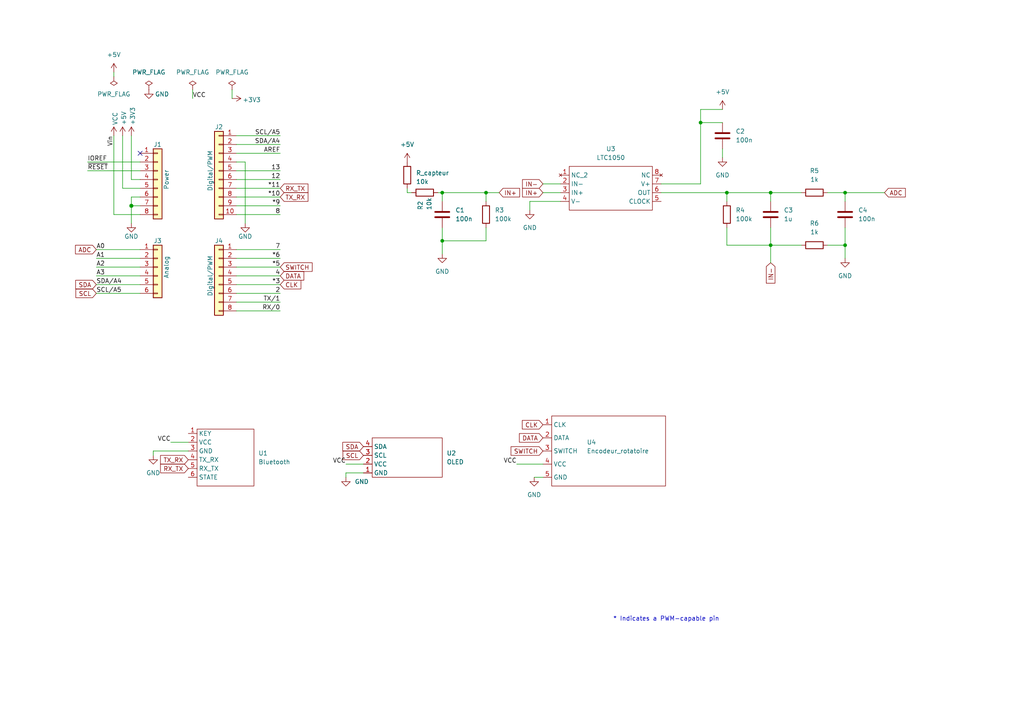
<source format=kicad_sch>
(kicad_sch (version 20230121) (generator eeschema)

  (uuid e63e39d7-6ac0-4ffd-8aa3-1841a4541b55)

  (paper "A4")

  (title_block
    (date "2023-05-15")
  )

  (lib_symbols
    (symbol "Connector_Generic:Conn_01x06" (pin_names (offset 1.016) hide) (in_bom yes) (on_board yes)
      (property "Reference" "J" (at 0 7.62 0)
        (effects (font (size 1.27 1.27)))
      )
      (property "Value" "Conn_01x06" (at 0 -10.16 0)
        (effects (font (size 1.27 1.27)))
      )
      (property "Footprint" "" (at 0 0 0)
        (effects (font (size 1.27 1.27)) hide)
      )
      (property "Datasheet" "~" (at 0 0 0)
        (effects (font (size 1.27 1.27)) hide)
      )
      (property "ki_keywords" "connector" (at 0 0 0)
        (effects (font (size 1.27 1.27)) hide)
      )
      (property "ki_description" "Generic connector, single row, 01x06, script generated (kicad-library-utils/schlib/autogen/connector/)" (at 0 0 0)
        (effects (font (size 1.27 1.27)) hide)
      )
      (property "ki_fp_filters" "Connector*:*_1x??_*" (at 0 0 0)
        (effects (font (size 1.27 1.27)) hide)
      )
      (symbol "Conn_01x06_1_1"
        (rectangle (start -1.27 -7.493) (end 0 -7.747)
          (stroke (width 0.1524) (type default))
          (fill (type none))
        )
        (rectangle (start -1.27 -4.953) (end 0 -5.207)
          (stroke (width 0.1524) (type default))
          (fill (type none))
        )
        (rectangle (start -1.27 -2.413) (end 0 -2.667)
          (stroke (width 0.1524) (type default))
          (fill (type none))
        )
        (rectangle (start -1.27 0.127) (end 0 -0.127)
          (stroke (width 0.1524) (type default))
          (fill (type none))
        )
        (rectangle (start -1.27 2.667) (end 0 2.413)
          (stroke (width 0.1524) (type default))
          (fill (type none))
        )
        (rectangle (start -1.27 5.207) (end 0 4.953)
          (stroke (width 0.1524) (type default))
          (fill (type none))
        )
        (rectangle (start -1.27 6.35) (end 1.27 -8.89)
          (stroke (width 0.254) (type default))
          (fill (type background))
        )
        (pin passive line (at -5.08 5.08 0) (length 3.81)
          (name "Pin_1" (effects (font (size 1.27 1.27))))
          (number "1" (effects (font (size 1.27 1.27))))
        )
        (pin passive line (at -5.08 2.54 0) (length 3.81)
          (name "Pin_2" (effects (font (size 1.27 1.27))))
          (number "2" (effects (font (size 1.27 1.27))))
        )
        (pin passive line (at -5.08 0 0) (length 3.81)
          (name "Pin_3" (effects (font (size 1.27 1.27))))
          (number "3" (effects (font (size 1.27 1.27))))
        )
        (pin passive line (at -5.08 -2.54 0) (length 3.81)
          (name "Pin_4" (effects (font (size 1.27 1.27))))
          (number "4" (effects (font (size 1.27 1.27))))
        )
        (pin passive line (at -5.08 -5.08 0) (length 3.81)
          (name "Pin_5" (effects (font (size 1.27 1.27))))
          (number "5" (effects (font (size 1.27 1.27))))
        )
        (pin passive line (at -5.08 -7.62 0) (length 3.81)
          (name "Pin_6" (effects (font (size 1.27 1.27))))
          (number "6" (effects (font (size 1.27 1.27))))
        )
      )
    )
    (symbol "Connector_Generic:Conn_01x08" (pin_names (offset 1.016) hide) (in_bom yes) (on_board yes)
      (property "Reference" "J" (at 0 10.16 0)
        (effects (font (size 1.27 1.27)))
      )
      (property "Value" "Conn_01x08" (at 0 -12.7 0)
        (effects (font (size 1.27 1.27)))
      )
      (property "Footprint" "" (at 0 0 0)
        (effects (font (size 1.27 1.27)) hide)
      )
      (property "Datasheet" "~" (at 0 0 0)
        (effects (font (size 1.27 1.27)) hide)
      )
      (property "ki_keywords" "connector" (at 0 0 0)
        (effects (font (size 1.27 1.27)) hide)
      )
      (property "ki_description" "Generic connector, single row, 01x08, script generated (kicad-library-utils/schlib/autogen/connector/)" (at 0 0 0)
        (effects (font (size 1.27 1.27)) hide)
      )
      (property "ki_fp_filters" "Connector*:*_1x??_*" (at 0 0 0)
        (effects (font (size 1.27 1.27)) hide)
      )
      (symbol "Conn_01x08_1_1"
        (rectangle (start -1.27 -10.033) (end 0 -10.287)
          (stroke (width 0.1524) (type default))
          (fill (type none))
        )
        (rectangle (start -1.27 -7.493) (end 0 -7.747)
          (stroke (width 0.1524) (type default))
          (fill (type none))
        )
        (rectangle (start -1.27 -4.953) (end 0 -5.207)
          (stroke (width 0.1524) (type default))
          (fill (type none))
        )
        (rectangle (start -1.27 -2.413) (end 0 -2.667)
          (stroke (width 0.1524) (type default))
          (fill (type none))
        )
        (rectangle (start -1.27 0.127) (end 0 -0.127)
          (stroke (width 0.1524) (type default))
          (fill (type none))
        )
        (rectangle (start -1.27 2.667) (end 0 2.413)
          (stroke (width 0.1524) (type default))
          (fill (type none))
        )
        (rectangle (start -1.27 5.207) (end 0 4.953)
          (stroke (width 0.1524) (type default))
          (fill (type none))
        )
        (rectangle (start -1.27 7.747) (end 0 7.493)
          (stroke (width 0.1524) (type default))
          (fill (type none))
        )
        (rectangle (start -1.27 8.89) (end 1.27 -11.43)
          (stroke (width 0.254) (type default))
          (fill (type background))
        )
        (pin passive line (at -5.08 7.62 0) (length 3.81)
          (name "Pin_1" (effects (font (size 1.27 1.27))))
          (number "1" (effects (font (size 1.27 1.27))))
        )
        (pin passive line (at -5.08 5.08 0) (length 3.81)
          (name "Pin_2" (effects (font (size 1.27 1.27))))
          (number "2" (effects (font (size 1.27 1.27))))
        )
        (pin passive line (at -5.08 2.54 0) (length 3.81)
          (name "Pin_3" (effects (font (size 1.27 1.27))))
          (number "3" (effects (font (size 1.27 1.27))))
        )
        (pin passive line (at -5.08 0 0) (length 3.81)
          (name "Pin_4" (effects (font (size 1.27 1.27))))
          (number "4" (effects (font (size 1.27 1.27))))
        )
        (pin passive line (at -5.08 -2.54 0) (length 3.81)
          (name "Pin_5" (effects (font (size 1.27 1.27))))
          (number "5" (effects (font (size 1.27 1.27))))
        )
        (pin passive line (at -5.08 -5.08 0) (length 3.81)
          (name "Pin_6" (effects (font (size 1.27 1.27))))
          (number "6" (effects (font (size 1.27 1.27))))
        )
        (pin passive line (at -5.08 -7.62 0) (length 3.81)
          (name "Pin_7" (effects (font (size 1.27 1.27))))
          (number "7" (effects (font (size 1.27 1.27))))
        )
        (pin passive line (at -5.08 -10.16 0) (length 3.81)
          (name "Pin_8" (effects (font (size 1.27 1.27))))
          (number "8" (effects (font (size 1.27 1.27))))
        )
      )
    )
    (symbol "Connector_Generic:Conn_01x10" (pin_names (offset 1.016) hide) (in_bom yes) (on_board yes)
      (property "Reference" "J" (at 0 12.7 0)
        (effects (font (size 1.27 1.27)))
      )
      (property "Value" "Conn_01x10" (at 0 -15.24 0)
        (effects (font (size 1.27 1.27)))
      )
      (property "Footprint" "" (at 0 0 0)
        (effects (font (size 1.27 1.27)) hide)
      )
      (property "Datasheet" "~" (at 0 0 0)
        (effects (font (size 1.27 1.27)) hide)
      )
      (property "ki_keywords" "connector" (at 0 0 0)
        (effects (font (size 1.27 1.27)) hide)
      )
      (property "ki_description" "Generic connector, single row, 01x10, script generated (kicad-library-utils/schlib/autogen/connector/)" (at 0 0 0)
        (effects (font (size 1.27 1.27)) hide)
      )
      (property "ki_fp_filters" "Connector*:*_1x??_*" (at 0 0 0)
        (effects (font (size 1.27 1.27)) hide)
      )
      (symbol "Conn_01x10_1_1"
        (rectangle (start -1.27 -12.573) (end 0 -12.827)
          (stroke (width 0.1524) (type default))
          (fill (type none))
        )
        (rectangle (start -1.27 -10.033) (end 0 -10.287)
          (stroke (width 0.1524) (type default))
          (fill (type none))
        )
        (rectangle (start -1.27 -7.493) (end 0 -7.747)
          (stroke (width 0.1524) (type default))
          (fill (type none))
        )
        (rectangle (start -1.27 -4.953) (end 0 -5.207)
          (stroke (width 0.1524) (type default))
          (fill (type none))
        )
        (rectangle (start -1.27 -2.413) (end 0 -2.667)
          (stroke (width 0.1524) (type default))
          (fill (type none))
        )
        (rectangle (start -1.27 0.127) (end 0 -0.127)
          (stroke (width 0.1524) (type default))
          (fill (type none))
        )
        (rectangle (start -1.27 2.667) (end 0 2.413)
          (stroke (width 0.1524) (type default))
          (fill (type none))
        )
        (rectangle (start -1.27 5.207) (end 0 4.953)
          (stroke (width 0.1524) (type default))
          (fill (type none))
        )
        (rectangle (start -1.27 7.747) (end 0 7.493)
          (stroke (width 0.1524) (type default))
          (fill (type none))
        )
        (rectangle (start -1.27 10.287) (end 0 10.033)
          (stroke (width 0.1524) (type default))
          (fill (type none))
        )
        (rectangle (start -1.27 11.43) (end 1.27 -13.97)
          (stroke (width 0.254) (type default))
          (fill (type background))
        )
        (pin passive line (at -5.08 10.16 0) (length 3.81)
          (name "Pin_1" (effects (font (size 1.27 1.27))))
          (number "1" (effects (font (size 1.27 1.27))))
        )
        (pin passive line (at -5.08 -12.7 0) (length 3.81)
          (name "Pin_10" (effects (font (size 1.27 1.27))))
          (number "10" (effects (font (size 1.27 1.27))))
        )
        (pin passive line (at -5.08 7.62 0) (length 3.81)
          (name "Pin_2" (effects (font (size 1.27 1.27))))
          (number "2" (effects (font (size 1.27 1.27))))
        )
        (pin passive line (at -5.08 5.08 0) (length 3.81)
          (name "Pin_3" (effects (font (size 1.27 1.27))))
          (number "3" (effects (font (size 1.27 1.27))))
        )
        (pin passive line (at -5.08 2.54 0) (length 3.81)
          (name "Pin_4" (effects (font (size 1.27 1.27))))
          (number "4" (effects (font (size 1.27 1.27))))
        )
        (pin passive line (at -5.08 0 0) (length 3.81)
          (name "Pin_5" (effects (font (size 1.27 1.27))))
          (number "5" (effects (font (size 1.27 1.27))))
        )
        (pin passive line (at -5.08 -2.54 0) (length 3.81)
          (name "Pin_6" (effects (font (size 1.27 1.27))))
          (number "6" (effects (font (size 1.27 1.27))))
        )
        (pin passive line (at -5.08 -5.08 0) (length 3.81)
          (name "Pin_7" (effects (font (size 1.27 1.27))))
          (number "7" (effects (font (size 1.27 1.27))))
        )
        (pin passive line (at -5.08 -7.62 0) (length 3.81)
          (name "Pin_8" (effects (font (size 1.27 1.27))))
          (number "8" (effects (font (size 1.27 1.27))))
        )
        (pin passive line (at -5.08 -10.16 0) (length 3.81)
          (name "Pin_9" (effects (font (size 1.27 1.27))))
          (number "9" (effects (font (size 1.27 1.27))))
        )
      )
    )
    (symbol "Device:C" (pin_numbers hide) (pin_names (offset 0.254)) (in_bom yes) (on_board yes)
      (property "Reference" "C" (at 0.635 2.54 0)
        (effects (font (size 1.27 1.27)) (justify left))
      )
      (property "Value" "C" (at 0.635 -2.54 0)
        (effects (font (size 1.27 1.27)) (justify left))
      )
      (property "Footprint" "" (at 0.9652 -3.81 0)
        (effects (font (size 1.27 1.27)) hide)
      )
      (property "Datasheet" "~" (at 0 0 0)
        (effects (font (size 1.27 1.27)) hide)
      )
      (property "ki_keywords" "cap capacitor" (at 0 0 0)
        (effects (font (size 1.27 1.27)) hide)
      )
      (property "ki_description" "Unpolarized capacitor" (at 0 0 0)
        (effects (font (size 1.27 1.27)) hide)
      )
      (property "ki_fp_filters" "C_*" (at 0 0 0)
        (effects (font (size 1.27 1.27)) hide)
      )
      (symbol "C_0_1"
        (polyline
          (pts
            (xy -2.032 -0.762)
            (xy 2.032 -0.762)
          )
          (stroke (width 0.508) (type default))
          (fill (type none))
        )
        (polyline
          (pts
            (xy -2.032 0.762)
            (xy 2.032 0.762)
          )
          (stroke (width 0.508) (type default))
          (fill (type none))
        )
      )
      (symbol "C_1_1"
        (pin passive line (at 0 3.81 270) (length 2.794)
          (name "~" (effects (font (size 1.27 1.27))))
          (number "1" (effects (font (size 1.27 1.27))))
        )
        (pin passive line (at 0 -3.81 90) (length 2.794)
          (name "~" (effects (font (size 1.27 1.27))))
          (number "2" (effects (font (size 1.27 1.27))))
        )
      )
    )
    (symbol "Device:R" (pin_numbers hide) (pin_names (offset 0)) (in_bom yes) (on_board yes)
      (property "Reference" "R" (at 2.032 0 90)
        (effects (font (size 1.27 1.27)))
      )
      (property "Value" "R" (at 0 0 90)
        (effects (font (size 1.27 1.27)))
      )
      (property "Footprint" "" (at -1.778 0 90)
        (effects (font (size 1.27 1.27)) hide)
      )
      (property "Datasheet" "~" (at 0 0 0)
        (effects (font (size 1.27 1.27)) hide)
      )
      (property "ki_keywords" "R res resistor" (at 0 0 0)
        (effects (font (size 1.27 1.27)) hide)
      )
      (property "ki_description" "Resistor" (at 0 0 0)
        (effects (font (size 1.27 1.27)) hide)
      )
      (property "ki_fp_filters" "R_*" (at 0 0 0)
        (effects (font (size 1.27 1.27)) hide)
      )
      (symbol "R_0_1"
        (rectangle (start -1.016 -2.54) (end 1.016 2.54)
          (stroke (width 0.254) (type default))
          (fill (type none))
        )
      )
      (symbol "R_1_1"
        (pin passive line (at 0 3.81 270) (length 1.27)
          (name "~" (effects (font (size 1.27 1.27))))
          (number "1" (effects (font (size 1.27 1.27))))
        )
        (pin passive line (at 0 -3.81 90) (length 1.27)
          (name "~" (effects (font (size 1.27 1.27))))
          (number "2" (effects (font (size 1.27 1.27))))
        )
      )
    )
    (symbol "GND_1" (power) (pin_names (offset 0)) (in_bom yes) (on_board yes)
      (property "Reference" "#PWR" (at 0 -6.35 0)
        (effects (font (size 1.27 1.27)) hide)
      )
      (property "Value" "GND_1" (at 0 -3.81 0)
        (effects (font (size 1.27 1.27)))
      )
      (property "Footprint" "" (at 0 0 0)
        (effects (font (size 1.27 1.27)) hide)
      )
      (property "Datasheet" "" (at 0 0 0)
        (effects (font (size 1.27 1.27)) hide)
      )
      (property "ki_keywords" "global power" (at 0 0 0)
        (effects (font (size 1.27 1.27)) hide)
      )
      (property "ki_description" "Power symbol creates a global label with name \"GND\" , ground" (at 0 0 0)
        (effects (font (size 1.27 1.27)) hide)
      )
      (symbol "GND_1_0_1"
        (polyline
          (pts
            (xy 0 0)
            (xy 0 -1.27)
            (xy 1.27 -1.27)
            (xy 0 -2.54)
            (xy -1.27 -1.27)
            (xy 0 -1.27)
          )
          (stroke (width 0) (type default))
          (fill (type none))
        )
      )
      (symbol "GND_1_1_1"
        (pin power_in line (at 0 0 270) (length 0) hide
          (name "GND" (effects (font (size 1.27 1.27))))
          (number "1" (effects (font (size 1.27 1.27))))
        )
      )
    )
    (symbol "GND_2" (power) (pin_names (offset 0)) (in_bom yes) (on_board yes)
      (property "Reference" "#PWR" (at 0 -6.35 0)
        (effects (font (size 1.27 1.27)) hide)
      )
      (property "Value" "GND_2" (at 0 -3.81 0)
        (effects (font (size 1.27 1.27)))
      )
      (property "Footprint" "" (at 0 0 0)
        (effects (font (size 1.27 1.27)) hide)
      )
      (property "Datasheet" "" (at 0 0 0)
        (effects (font (size 1.27 1.27)) hide)
      )
      (property "ki_keywords" "global power" (at 0 0 0)
        (effects (font (size 1.27 1.27)) hide)
      )
      (property "ki_description" "Power symbol creates a global label with name \"GND\" , ground" (at 0 0 0)
        (effects (font (size 1.27 1.27)) hide)
      )
      (symbol "GND_2_0_1"
        (polyline
          (pts
            (xy 0 0)
            (xy 0 -1.27)
            (xy 1.27 -1.27)
            (xy 0 -2.54)
            (xy -1.27 -1.27)
            (xy 0 -1.27)
          )
          (stroke (width 0) (type default))
          (fill (type none))
        )
      )
      (symbol "GND_2_1_1"
        (pin power_in line (at 0 0 270) (length 0) hide
          (name "GND" (effects (font (size 1.27 1.27))))
          (number "1" (effects (font (size 1.27 1.27))))
        )
      )
    )
    (symbol "Shield_Library:Bluetooth" (in_bom yes) (on_board yes)
      (property "Reference" "U" (at 6.35 -7.62 0)
        (effects (font (size 1.27 1.27)))
      )
      (property "Value" "Bluetooth" (at 3.81 -11.43 0)
        (effects (font (size 1.27 1.27)))
      )
      (property "Footprint" "" (at 0 0 0)
        (effects (font (size 1.27 1.27)) hide)
      )
      (property "Datasheet" "" (at 0 0 0)
        (effects (font (size 1.27 1.27)) hide)
      )
      (symbol "Bluetooth_0_1"
        (rectangle (start -7.62 1.27) (end 8.89 -15.24)
          (stroke (width 0) (type default))
          (fill (type none))
        )
      )
      (symbol "Bluetooth_1_1"
        (pin input line (at -10.16 0 0) (length 2.54)
          (name "KEY" (effects (font (size 1.27 1.27))))
          (number "1" (effects (font (size 1.27 1.27))))
        )
        (pin input line (at -10.16 -2.54 0) (length 2.54)
          (name "VCC" (effects (font (size 1.27 1.27))))
          (number "2" (effects (font (size 1.27 1.27))))
        )
        (pin unspecified line (at -10.16 -5.08 0) (length 2.54)
          (name "GND" (effects (font (size 1.27 1.27))))
          (number "3" (effects (font (size 1.27 1.27))))
        )
        (pin input line (at -10.16 -7.62 0) (length 2.54)
          (name "TX_RX" (effects (font (size 1.27 1.27))))
          (number "4" (effects (font (size 1.27 1.27))))
        )
        (pin input line (at -10.16 -10.16 0) (length 2.54)
          (name "RX_TX" (effects (font (size 1.27 1.27))))
          (number "5" (effects (font (size 1.27 1.27))))
        )
        (pin input line (at -10.16 -12.7 0) (length 2.54)
          (name "STATE" (effects (font (size 1.27 1.27))))
          (number "6" (effects (font (size 1.27 1.27))))
        )
      )
    )
    (symbol "Shield_Library:Encodeur_rotatoire" (in_bom yes) (on_board yes)
      (property "Reference" "U?" (at -11.43 -11.4299 0)
        (effects (font (size 1.27 1.27)) (justify left))
      )
      (property "Value" "Encodeur_rotatoire" (at -11.43 -13.9699 0)
        (effects (font (size 1.27 1.27)) (justify left))
      )
      (property "Footprint" "Kicad_capteur:KY_040" (at 0 0 0)
        (effects (font (size 1.27 1.27)) hide)
      )
      (property "Datasheet" "" (at 0 0 0)
        (effects (font (size 1.27 1.27)) hide)
      )
      (symbol "Encodeur_rotatoire_0_1"
        (rectangle (start -21.59 -3.81) (end 11.43 -24.13)
          (stroke (width 0) (type default))
          (fill (type none))
        )
      )
      (symbol "Encodeur_rotatoire_1_1"
        (pin input line (at -24.13 -6.35 0) (length 2.54)
          (name "CLK" (effects (font (size 1.27 1.27))))
          (number "1" (effects (font (size 1.27 1.27))))
        )
        (pin input line (at -24.13 -10.16 0) (length 2.54)
          (name "DATA" (effects (font (size 1.27 1.27))))
          (number "2" (effects (font (size 1.27 1.27))))
        )
        (pin input line (at -24.13 -13.97 0) (length 2.54)
          (name "SWITCH" (effects (font (size 1.27 1.27))))
          (number "3" (effects (font (size 1.27 1.27))))
        )
        (pin input line (at -24.13 -17.78 0) (length 2.54)
          (name "VCC" (effects (font (size 1.27 1.27))))
          (number "4" (effects (font (size 1.27 1.27))))
        )
        (pin unspecified line (at -24.13 -21.59 0) (length 2.54)
          (name "GND" (effects (font (size 1.27 1.27))))
          (number "5" (effects (font (size 1.27 1.27))))
        )
      )
    )
    (symbol "Shield_Library:LTC1050" (in_bom yes) (on_board yes)
      (property "Reference" "U" (at 0 0 0)
        (effects (font (size 1.27 1.27)))
      )
      (property "Value" "LTC1050" (at 0 0 0)
        (effects (font (size 1.27 1.27)))
      )
      (property "Footprint" "" (at 0 0 0)
        (effects (font (size 1.27 1.27)) hide)
      )
      (property "Datasheet" "" (at 0 0 0)
        (effects (font (size 1.27 1.27)) hide)
      )
      (symbol "LTC1050_0_1"
        (rectangle (start -7.62 -2.54) (end 16.51 -15.24)
          (stroke (width 0) (type default))
          (fill (type none))
        )
      )
      (symbol "LTC1050_1_1"
        (pin no_connect line (at -10.16 -5.08 0) (length 2.54)
          (name "NC_2" (effects (font (size 1.27 1.27))))
          (number "1" (effects (font (size 1.27 1.27))))
        )
        (pin input line (at -10.16 -7.62 0) (length 2.54)
          (name "IN-" (effects (font (size 1.27 1.27))))
          (number "2" (effects (font (size 1.27 1.27))))
        )
        (pin input line (at -10.16 -10.16 0) (length 2.54)
          (name "IN+" (effects (font (size 1.27 1.27))))
          (number "3" (effects (font (size 1.27 1.27))))
        )
        (pin input line (at -10.16 -12.7 0) (length 2.54)
          (name "V-" (effects (font (size 1.27 1.27))))
          (number "4" (effects (font (size 1.27 1.27))))
        )
        (pin input line (at 19.05 -12.7 180) (length 2.54)
          (name "CLOCK" (effects (font (size 1.27 1.27))))
          (number "5" (effects (font (size 1.27 1.27))))
        )
        (pin output line (at 19.05 -10.16 180) (length 2.54)
          (name "OUT" (effects (font (size 1.27 1.27))))
          (number "6" (effects (font (size 1.27 1.27))))
        )
        (pin input line (at 19.05 -7.62 180) (length 2.54)
          (name "V+" (effects (font (size 1.27 1.27))))
          (number "7" (effects (font (size 1.27 1.27))))
        )
        (pin no_connect line (at 19.05 -5.08 180) (length 2.54)
          (name "NC" (effects (font (size 1.27 1.27))))
          (number "8" (effects (font (size 1.27 1.27))))
        )
      )
    )
    (symbol "Shield_Library:OLED" (in_bom yes) (on_board yes)
      (property "Reference" "U2" (at 11.43 -11.43 0)
        (effects (font (size 1.27 1.27)))
      )
      (property "Value" "OLED" (at 10.16 -8.89 0)
        (effects (font (size 1.27 1.27)))
      )
      (property "Footprint" "" (at 0 0 0)
        (effects (font (size 1.27 1.27)) hide)
      )
      (property "Datasheet" "" (at 0 0 0)
        (effects (font (size 1.27 1.27)) hide)
      )
      (symbol "OLED_0_1"
        (rectangle (start -5.08 -3.81) (end 15.24 -15.24)
          (stroke (width 0) (type default))
          (fill (type none))
        )
      )
      (symbol "OLED_1_1"
        (pin unspecified line (at -7.62 -13.97 0) (length 2.54)
          (name "GND" (effects (font (size 1.27 1.27))))
          (number "1" (effects (font (size 1.27 1.27))))
        )
        (pin input line (at -7.62 -11.43 0) (length 2.54)
          (name "VCC" (effects (font (size 1.27 1.27))))
          (number "2" (effects (font (size 1.27 1.27))))
        )
        (pin input line (at -7.62 -8.89 0) (length 2.54)
          (name "SCL" (effects (font (size 1.27 1.27))))
          (number "3" (effects (font (size 1.27 1.27))))
        )
        (pin input line (at -7.62 -6.35 0) (length 2.54)
          (name "SDA" (effects (font (size 1.27 1.27))))
          (number "4" (effects (font (size 1.27 1.27))))
        )
      )
    )
    (symbol "power:+3V3" (power) (pin_names (offset 0)) (in_bom yes) (on_board yes)
      (property "Reference" "#PWR" (at 0 -3.81 0)
        (effects (font (size 1.27 1.27)) hide)
      )
      (property "Value" "+3V3" (at 0 3.556 0)
        (effects (font (size 1.27 1.27)))
      )
      (property "Footprint" "" (at 0 0 0)
        (effects (font (size 1.27 1.27)) hide)
      )
      (property "Datasheet" "" (at 0 0 0)
        (effects (font (size 1.27 1.27)) hide)
      )
      (property "ki_keywords" "power-flag" (at 0 0 0)
        (effects (font (size 1.27 1.27)) hide)
      )
      (property "ki_description" "Power symbol creates a global label with name \"+3V3\"" (at 0 0 0)
        (effects (font (size 1.27 1.27)) hide)
      )
      (symbol "+3V3_0_1"
        (polyline
          (pts
            (xy -0.762 1.27)
            (xy 0 2.54)
          )
          (stroke (width 0) (type default))
          (fill (type none))
        )
        (polyline
          (pts
            (xy 0 0)
            (xy 0 2.54)
          )
          (stroke (width 0) (type default))
          (fill (type none))
        )
        (polyline
          (pts
            (xy 0 2.54)
            (xy 0.762 1.27)
          )
          (stroke (width 0) (type default))
          (fill (type none))
        )
      )
      (symbol "+3V3_1_1"
        (pin power_in line (at 0 0 90) (length 0) hide
          (name "+3V3" (effects (font (size 1.27 1.27))))
          (number "1" (effects (font (size 1.27 1.27))))
        )
      )
    )
    (symbol "power:+5V" (power) (pin_names (offset 0)) (in_bom yes) (on_board yes)
      (property "Reference" "#PWR" (at 0 -3.81 0)
        (effects (font (size 1.27 1.27)) hide)
      )
      (property "Value" "+5V" (at 0 3.556 0)
        (effects (font (size 1.27 1.27)))
      )
      (property "Footprint" "" (at 0 0 0)
        (effects (font (size 1.27 1.27)) hide)
      )
      (property "Datasheet" "" (at 0 0 0)
        (effects (font (size 1.27 1.27)) hide)
      )
      (property "ki_keywords" "power-flag" (at 0 0 0)
        (effects (font (size 1.27 1.27)) hide)
      )
      (property "ki_description" "Power symbol creates a global label with name \"+5V\"" (at 0 0 0)
        (effects (font (size 1.27 1.27)) hide)
      )
      (symbol "+5V_0_1"
        (polyline
          (pts
            (xy -0.762 1.27)
            (xy 0 2.54)
          )
          (stroke (width 0) (type default))
          (fill (type none))
        )
        (polyline
          (pts
            (xy 0 0)
            (xy 0 2.54)
          )
          (stroke (width 0) (type default))
          (fill (type none))
        )
        (polyline
          (pts
            (xy 0 2.54)
            (xy 0.762 1.27)
          )
          (stroke (width 0) (type default))
          (fill (type none))
        )
      )
      (symbol "+5V_1_1"
        (pin power_in line (at 0 0 90) (length 0) hide
          (name "+5V" (effects (font (size 1.27 1.27))))
          (number "1" (effects (font (size 1.27 1.27))))
        )
      )
    )
    (symbol "power:GND" (power) (pin_names (offset 0)) (in_bom yes) (on_board yes)
      (property "Reference" "#PWR" (at 0 -6.35 0)
        (effects (font (size 1.27 1.27)) hide)
      )
      (property "Value" "GND" (at 0 -3.81 0)
        (effects (font (size 1.27 1.27)))
      )
      (property "Footprint" "" (at 0 0 0)
        (effects (font (size 1.27 1.27)) hide)
      )
      (property "Datasheet" "" (at 0 0 0)
        (effects (font (size 1.27 1.27)) hide)
      )
      (property "ki_keywords" "power-flag" (at 0 0 0)
        (effects (font (size 1.27 1.27)) hide)
      )
      (property "ki_description" "Power symbol creates a global label with name \"GND\" , ground" (at 0 0 0)
        (effects (font (size 1.27 1.27)) hide)
      )
      (symbol "GND_0_1"
        (polyline
          (pts
            (xy 0 0)
            (xy 0 -1.27)
            (xy 1.27 -1.27)
            (xy 0 -2.54)
            (xy -1.27 -1.27)
            (xy 0 -1.27)
          )
          (stroke (width 0) (type default))
          (fill (type none))
        )
      )
      (symbol "GND_1_1"
        (pin power_in line (at 0 0 270) (length 0) hide
          (name "GND" (effects (font (size 1.27 1.27))))
          (number "1" (effects (font (size 1.27 1.27))))
        )
      )
    )
    (symbol "power:PWR_FLAG" (power) (pin_numbers hide) (pin_names (offset 0) hide) (in_bom yes) (on_board yes)
      (property "Reference" "#FLG" (at 0 1.905 0)
        (effects (font (size 1.27 1.27)) hide)
      )
      (property "Value" "PWR_FLAG" (at 0 3.81 0)
        (effects (font (size 1.27 1.27)))
      )
      (property "Footprint" "" (at 0 0 0)
        (effects (font (size 1.27 1.27)) hide)
      )
      (property "Datasheet" "~" (at 0 0 0)
        (effects (font (size 1.27 1.27)) hide)
      )
      (property "ki_keywords" "flag power" (at 0 0 0)
        (effects (font (size 1.27 1.27)) hide)
      )
      (property "ki_description" "Special symbol for telling ERC where power comes from" (at 0 0 0)
        (effects (font (size 1.27 1.27)) hide)
      )
      (symbol "PWR_FLAG_0_0"
        (pin power_out line (at 0 0 90) (length 0)
          (name "pwr" (effects (font (size 1.27 1.27))))
          (number "1" (effects (font (size 1.27 1.27))))
        )
      )
      (symbol "PWR_FLAG_0_1"
        (polyline
          (pts
            (xy 0 0)
            (xy 0 1.27)
            (xy -1.016 1.905)
            (xy 0 2.54)
            (xy 1.016 1.905)
            (xy 0 1.27)
          )
          (stroke (width 0) (type default))
          (fill (type none))
        )
      )
    )
    (symbol "power:VCC" (power) (pin_names (offset 0)) (in_bom yes) (on_board yes)
      (property "Reference" "#PWR" (at 0 -3.81 0)
        (effects (font (size 1.27 1.27)) hide)
      )
      (property "Value" "VCC" (at 0 3.81 0)
        (effects (font (size 1.27 1.27)))
      )
      (property "Footprint" "" (at 0 0 0)
        (effects (font (size 1.27 1.27)) hide)
      )
      (property "Datasheet" "" (at 0 0 0)
        (effects (font (size 1.27 1.27)) hide)
      )
      (property "ki_keywords" "power-flag" (at 0 0 0)
        (effects (font (size 1.27 1.27)) hide)
      )
      (property "ki_description" "Power symbol creates a global label with name \"VCC\"" (at 0 0 0)
        (effects (font (size 1.27 1.27)) hide)
      )
      (symbol "VCC_0_1"
        (polyline
          (pts
            (xy -0.762 1.27)
            (xy 0 2.54)
          )
          (stroke (width 0) (type default))
          (fill (type none))
        )
        (polyline
          (pts
            (xy 0 0)
            (xy 0 2.54)
          )
          (stroke (width 0) (type default))
          (fill (type none))
        )
        (polyline
          (pts
            (xy 0 2.54)
            (xy 0.762 1.27)
          )
          (stroke (width 0) (type default))
          (fill (type none))
        )
      )
      (symbol "VCC_1_1"
        (pin power_in line (at 0 0 90) (length 0) hide
          (name "VCC" (effects (font (size 1.27 1.27))))
          (number "1" (effects (font (size 1.27 1.27))))
        )
      )
    )
  )

  (junction (at 128.27 69.85) (diameter 0) (color 0 0 0 0)
    (uuid 3c7097a4-6d73-4151-95a8-ef5a5841683d)
  )
  (junction (at 38.1 59.69) (diameter 1.016) (color 0 0 0 0)
    (uuid 3dcc657b-55a1-48e0-9667-e01e7b6b08b5)
  )
  (junction (at 128.27 55.88) (diameter 0) (color 0 0 0 0)
    (uuid 499eff28-e002-46f7-adb0-487f9ac6bd74)
  )
  (junction (at 140.97 55.88) (diameter 0) (color 0 0 0 0)
    (uuid 4a96331b-bb86-4e64-b356-5b3845485689)
  )
  (junction (at 223.52 71.12) (diameter 0) (color 0 0 0 0)
    (uuid 71120c8a-4876-4a78-9ff1-b11ca6d6035f)
  )
  (junction (at 223.52 55.88) (diameter 0) (color 0 0 0 0)
    (uuid 8ab882f5-1f2f-401e-9fa3-30c26801e5e8)
  )
  (junction (at 210.82 55.88) (diameter 0) (color 0 0 0 0)
    (uuid 925cfd62-a0a5-4f6a-8c12-306dddefc587)
  )
  (junction (at 245.11 55.88) (diameter 0) (color 0 0 0 0)
    (uuid d29533ca-c034-4333-8a43-9588ea777d28)
  )
  (junction (at 245.11 71.12) (diameter 0) (color 0 0 0 0)
    (uuid dc5f7c4e-c1dd-4fb1-903c-ba3ef861f839)
  )
  (junction (at 203.2 35.56) (diameter 0) (color 0 0 0 0)
    (uuid e96b769b-2403-4cbc-99ba-4df664a07e83)
  )

  (no_connect (at 40.64 44.45) (uuid d181157c-7812-47e5-a0cf-9580c905fc86))

  (wire (pts (xy 68.58 90.17) (xy 81.28 90.17))
    (stroke (width 0) (type solid))
    (uuid 010ba307-2067-49d3-b0fa-6414143f3fc2)
  )
  (wire (pts (xy 210.82 55.88) (xy 223.52 55.88))
    (stroke (width 0) (type default))
    (uuid 072e009c-18bd-4c3b-bb49-80659c9437fc)
  )
  (wire (pts (xy 68.58 57.15) (xy 81.28 57.15))
    (stroke (width 0) (type solid))
    (uuid 09480ba4-37da-45e3-b9fe-6beebf876349)
  )
  (wire (pts (xy 68.58 39.37) (xy 81.28 39.37))
    (stroke (width 0) (type solid))
    (uuid 0f5d2189-4ead-42fa-8f7a-cfa3af4de132)
  )
  (wire (pts (xy 127 55.88) (xy 128.27 55.88))
    (stroke (width 0) (type default))
    (uuid 1260a804-7174-4e87-92f9-f266f0900814)
  )
  (wire (pts (xy 191.77 53.34) (xy 203.2 53.34))
    (stroke (width 0) (type default))
    (uuid 163dd968-2e62-48cb-b435-9e654f39a0fe)
  )
  (wire (pts (xy 157.48 53.34) (xy 162.56 53.34))
    (stroke (width 0) (type default))
    (uuid 18fe7f8d-b5a5-47cf-a8fa-527b9a20d8da)
  )
  (wire (pts (xy 140.97 69.85) (xy 128.27 69.85))
    (stroke (width 0) (type default))
    (uuid 1c2a20b0-5b36-43fd-adfd-4d824a8845e1)
  )
  (wire (pts (xy 38.1 57.15) (xy 38.1 59.69))
    (stroke (width 0) (type solid))
    (uuid 1c31b835-925f-4a5c-92df-8f2558bb711b)
  )
  (wire (pts (xy 245.11 55.88) (xy 245.11 58.42))
    (stroke (width 0) (type default))
    (uuid 1e5d7910-1225-4c41-b63a-79b999e3cbb5)
  )
  (wire (pts (xy 27.94 85.09) (xy 40.64 85.09))
    (stroke (width 0) (type solid))
    (uuid 20854542-d0b0-4be7-af02-0e5fceb34e01)
  )
  (wire (pts (xy 140.97 66.04) (xy 140.97 69.85))
    (stroke (width 0) (type default))
    (uuid 26e2f496-9b44-4fbc-88c3-f709b4de8d19)
  )
  (wire (pts (xy 38.1 59.69) (xy 38.1 64.77))
    (stroke (width 0) (type solid))
    (uuid 2df788b2-ce68-49bc-a497-4b6570a17f30)
  )
  (wire (pts (xy 38.1 52.07) (xy 40.64 52.07))
    (stroke (width 0) (type solid))
    (uuid 3334b11d-5a13-40b4-a117-d693c543e4ab)
  )
  (wire (pts (xy 35.56 54.61) (xy 40.64 54.61))
    (stroke (width 0) (type solid))
    (uuid 3661f80c-fef8-4441-83be-df8930b3b45e)
  )
  (wire (pts (xy 55.88 26.035) (xy 55.88 28.575))
    (stroke (width 0) (type default))
    (uuid 373f181f-3bc3-4c9d-b83d-3fb73dee3e16)
  )
  (wire (pts (xy 35.56 39.37) (xy 35.56 54.61))
    (stroke (width 0) (type solid))
    (uuid 392bf1f6-bf67-427d-8d4c-0a87cb757556)
  )
  (wire (pts (xy 54.61 130.81) (xy 44.45 130.81))
    (stroke (width 0) (type default))
    (uuid 3938a9e8-619e-4623-99b2-ee203366d608)
  )
  (wire (pts (xy 68.58 49.53) (xy 81.28 49.53))
    (stroke (width 0) (type solid))
    (uuid 4227fa6f-c399-4f14-8228-23e39d2b7e7d)
  )
  (wire (pts (xy 203.2 31.75) (xy 209.55 31.75))
    (stroke (width 0) (type default))
    (uuid 427a773d-59f7-4cbe-99df-596faee8434d)
  )
  (wire (pts (xy 38.1 39.37) (xy 38.1 52.07))
    (stroke (width 0) (type solid))
    (uuid 442fb4de-4d55-45de-bc27-3e6222ceb890)
  )
  (wire (pts (xy 68.58 72.39) (xy 81.28 72.39))
    (stroke (width 0) (type solid))
    (uuid 4455ee2e-5642-42c1-a83b-f7e65fa0c2f1)
  )
  (wire (pts (xy 128.27 69.85) (xy 128.27 73.66))
    (stroke (width 0) (type default))
    (uuid 447f61d8-7229-4c4e-b357-b1b2f95a7621)
  )
  (wire (pts (xy 153.67 58.42) (xy 153.67 60.96))
    (stroke (width 0) (type default))
    (uuid 44b0af83-52d0-4ebf-821a-49809a16b956)
  )
  (wire (pts (xy 40.64 72.39) (xy 27.94 72.39))
    (stroke (width 0) (type solid))
    (uuid 486ca832-85f4-4989-b0f4-569faf9be534)
  )
  (wire (pts (xy 33.02 20.955) (xy 33.02 22.225))
    (stroke (width 0) (type default))
    (uuid 4a3bd2d2-9bdf-4251-9704-203a3c70be52)
  )
  (wire (pts (xy 68.58 52.07) (xy 81.28 52.07))
    (stroke (width 0) (type solid))
    (uuid 4a910b57-a5cd-4105-ab4f-bde2a80d4f00)
  )
  (wire (pts (xy 68.58 74.93) (xy 81.28 74.93))
    (stroke (width 0) (type solid))
    (uuid 4e60e1af-19bd-45a0-b418-b7030b594dde)
  )
  (wire (pts (xy 210.82 71.12) (xy 210.82 66.04))
    (stroke (width 0) (type default))
    (uuid 50140d16-ec24-41ec-ac8b-00571ba98485)
  )
  (wire (pts (xy 210.82 55.88) (xy 210.82 58.42))
    (stroke (width 0) (type default))
    (uuid 50757a1c-3067-432e-a49d-e5f31b1c38d5)
  )
  (wire (pts (xy 49.53 128.27) (xy 54.61 128.27))
    (stroke (width 0) (type default))
    (uuid 5bb3602b-f2f1-4f70-bbec-74545819e94b)
  )
  (wire (pts (xy 118.11 54.61) (xy 118.11 55.88))
    (stroke (width 0) (type default))
    (uuid 5d64ef13-0bc1-4d9b-8f34-51cfa07feda0)
  )
  (wire (pts (xy 245.11 66.04) (xy 245.11 71.12))
    (stroke (width 0) (type default))
    (uuid 604994a7-ccc7-4e7b-874f-7de1d773f2ef)
  )
  (wire (pts (xy 128.27 66.04) (xy 128.27 69.85))
    (stroke (width 0) (type default))
    (uuid 60b44277-ffd4-4e06-8162-4404b37ec05a)
  )
  (wire (pts (xy 203.2 35.56) (xy 203.2 31.75))
    (stroke (width 0) (type default))
    (uuid 6371ae1a-4fa0-49d0-97f4-36685024c13c)
  )
  (wire (pts (xy 68.58 59.69) (xy 81.28 59.69))
    (stroke (width 0) (type solid))
    (uuid 63f2b71b-521b-4210-bf06-ed65e330fccc)
  )
  (wire (pts (xy 68.58 80.01) (xy 81.28 80.01))
    (stroke (width 0) (type solid))
    (uuid 6bb3ea5f-9e60-4add-9d97-244be2cf61d2)
  )
  (wire (pts (xy 245.11 71.12) (xy 245.11 74.93))
    (stroke (width 0) (type default))
    (uuid 6f5822c1-a0f1-4331-be19-d250451c5134)
  )
  (wire (pts (xy 157.48 55.88) (xy 162.56 55.88))
    (stroke (width 0) (type default))
    (uuid 70beeccb-b953-429c-911c-547245044de8)
  )
  (wire (pts (xy 25.4 46.99) (xy 40.64 46.99))
    (stroke (width 0) (type solid))
    (uuid 73d4774c-1387-4550-b580-a1cc0ac89b89)
  )
  (wire (pts (xy 191.77 55.88) (xy 210.82 55.88))
    (stroke (width 0) (type default))
    (uuid 743176f2-0727-4064-8e24-567581c32bd0)
  )
  (wire (pts (xy 223.52 71.12) (xy 210.82 71.12))
    (stroke (width 0) (type default))
    (uuid 75232e5d-bc5a-4a8e-ad57-5f6f99b456bc)
  )
  (wire (pts (xy 223.52 71.12) (xy 223.52 66.04))
    (stroke (width 0) (type default))
    (uuid 786a952f-b87f-4ba2-9153-4c40f52d8433)
  )
  (wire (pts (xy 223.52 55.88) (xy 223.52 58.42))
    (stroke (width 0) (type default))
    (uuid 7d707ec8-0661-4fb9-8339-ecb661364114)
  )
  (wire (pts (xy 128.27 55.88) (xy 140.97 55.88))
    (stroke (width 0) (type default))
    (uuid 7deb9de4-d8c9-4943-a995-d78753bc6f1c)
  )
  (wire (pts (xy 67.31 26.035) (xy 67.31 28.575))
    (stroke (width 0) (type default))
    (uuid 81df84b4-6ed9-4065-80ff-4e81420b62c0)
  )
  (wire (pts (xy 71.12 46.99) (xy 71.12 64.77))
    (stroke (width 0) (type solid))
    (uuid 84ce350c-b0c1-4e69-9ab2-f7ec7b8bb312)
  )
  (wire (pts (xy 100.33 137.16) (xy 105.41 137.16))
    (stroke (width 0) (type default))
    (uuid 88755aa6-2b7a-4ce9-b3df-31a5975f6f70)
  )
  (wire (pts (xy 68.58 44.45) (xy 81.28 44.45))
    (stroke (width 0) (type solid))
    (uuid 8a3d35a2-f0f6-4dec-a606-7c8e288ca828)
  )
  (wire (pts (xy 40.64 77.47) (xy 27.94 77.47))
    (stroke (width 0) (type solid))
    (uuid 9377eb1a-3b12-438c-8ebd-f86ace1e8d25)
  )
  (wire (pts (xy 25.4 49.53) (xy 40.64 49.53))
    (stroke (width 0) (type solid))
    (uuid 93e52853-9d1e-4afe-aee8-b825ab9f5d09)
  )
  (wire (pts (xy 40.64 59.69) (xy 38.1 59.69))
    (stroke (width 0) (type solid))
    (uuid 97df9ac9-dbb8-472e-b84f-3684d0eb5efc)
  )
  (wire (pts (xy 100.33 134.62) (xy 105.41 134.62))
    (stroke (width 0) (type default))
    (uuid 987ae79f-85a9-41f5-8efb-753b0ed17c5d)
  )
  (wire (pts (xy 209.55 43.18) (xy 209.55 45.72))
    (stroke (width 0) (type default))
    (uuid 9983ba5e-9107-4cab-98d4-8fccdb23bacb)
  )
  (wire (pts (xy 223.52 71.12) (xy 223.52 76.2))
    (stroke (width 0) (type default))
    (uuid 9bbc3d6b-7923-4ddd-8654-912135801423)
  )
  (wire (pts (xy 140.97 55.88) (xy 140.97 58.42))
    (stroke (width 0) (type default))
    (uuid 9f41d7a8-7d05-450f-8ff9-0ff863e14a9a)
  )
  (wire (pts (xy 40.64 62.23) (xy 33.02 62.23))
    (stroke (width 0) (type solid))
    (uuid a7518f9d-05df-4211-ba17-5d615f04ec46)
  )
  (wire (pts (xy 27.94 74.93) (xy 40.64 74.93))
    (stroke (width 0) (type solid))
    (uuid aab97e46-23d6-4cbf-8684-537b94306d68)
  )
  (wire (pts (xy 140.97 55.88) (xy 144.78 55.88))
    (stroke (width 0) (type default))
    (uuid ad78ffaf-67fe-4d71-b327-8a82d89170ca)
  )
  (wire (pts (xy 68.58 46.99) (xy 71.12 46.99))
    (stroke (width 0) (type solid))
    (uuid bcbc7302-8a54-4b9b-98b9-f277f1b20941)
  )
  (wire (pts (xy 203.2 35.56) (xy 203.2 53.34))
    (stroke (width 0) (type default))
    (uuid bead2d76-4fdd-4f6d-9789-14a8d51f3e6b)
  )
  (wire (pts (xy 245.11 71.12) (xy 240.03 71.12))
    (stroke (width 0) (type default))
    (uuid bf0157b9-2bbc-4cc1-a44d-512929d18344)
  )
  (wire (pts (xy 157.48 138.43) (xy 154.94 138.43))
    (stroke (width 0) (type default))
    (uuid bf042c1c-64d6-4135-a3e0-61d1697e8819)
  )
  (wire (pts (xy 100.33 138.43) (xy 100.33 137.16))
    (stroke (width 0) (type default))
    (uuid c065b4b8-f7e8-433d-8f75-d6cfc0ee1989)
  )
  (wire (pts (xy 40.64 57.15) (xy 38.1 57.15))
    (stroke (width 0) (type solid))
    (uuid c12796ad-cf20-466f-9ab3-9cf441392c32)
  )
  (wire (pts (xy 68.58 54.61) (xy 81.28 54.61))
    (stroke (width 0) (type solid))
    (uuid c722a1ff-12f1-49e5-88a4-44ffeb509ca2)
  )
  (wire (pts (xy 245.11 55.88) (xy 256.54 55.88))
    (stroke (width 0) (type default))
    (uuid c7d9e5cb-30b6-41aa-8448-5abffef0bdf3)
  )
  (wire (pts (xy 68.58 77.47) (xy 81.28 77.47))
    (stroke (width 0) (type solid))
    (uuid cfe99980-2d98-4372-b495-04c53027340b)
  )
  (wire (pts (xy 44.45 130.81) (xy 44.45 132.08))
    (stroke (width 0) (type default))
    (uuid d17475ce-5441-48c3-88e2-83e039efc5a7)
  )
  (wire (pts (xy 27.94 80.01) (xy 40.64 80.01))
    (stroke (width 0) (type solid))
    (uuid d3042136-2605-44b2-aebb-5484a9c90933)
  )
  (wire (pts (xy 232.41 71.12) (xy 223.52 71.12))
    (stroke (width 0) (type default))
    (uuid d83a0c98-107c-43e9-ab22-81fbbd6b1bfc)
  )
  (wire (pts (xy 162.56 58.42) (xy 153.67 58.42))
    (stroke (width 0) (type default))
    (uuid e37f332c-7ab2-4e5a-9085-c25592a6d304)
  )
  (wire (pts (xy 203.2 35.56) (xy 209.55 35.56))
    (stroke (width 0) (type default))
    (uuid e4ea564e-339a-44ae-a5bd-526fab20e595)
  )
  (wire (pts (xy 223.52 55.88) (xy 232.41 55.88))
    (stroke (width 0) (type default))
    (uuid e5dcf568-0007-48af-a9bd-f5e18b822fba)
  )
  (wire (pts (xy 68.58 41.91) (xy 81.28 41.91))
    (stroke (width 0) (type solid))
    (uuid e7278977-132b-4777-9eb4-7d93363a4379)
  )
  (wire (pts (xy 68.58 85.09) (xy 81.28 85.09))
    (stroke (width 0) (type solid))
    (uuid e9bdd59b-3252-4c44-a357-6fa1af0c210c)
  )
  (wire (pts (xy 68.58 82.55) (xy 81.28 82.55))
    (stroke (width 0) (type solid))
    (uuid ec76dcc9-9949-4dda-bd76-046204829cb4)
  )
  (wire (pts (xy 240.03 55.88) (xy 245.11 55.88))
    (stroke (width 0) (type default))
    (uuid ed249f18-463b-402c-a5f0-2aa640f34c66)
  )
  (wire (pts (xy 149.86 134.62) (xy 157.48 134.62))
    (stroke (width 0) (type default))
    (uuid f2181a92-efa0-4701-af1b-bddc51e1dc3b)
  )
  (wire (pts (xy 119.38 55.88) (xy 118.11 55.88))
    (stroke (width 0) (type default))
    (uuid f34514d6-1169-4994-8b50-d84eab3f38f4)
  )
  (wire (pts (xy 68.58 87.63) (xy 81.28 87.63))
    (stroke (width 0) (type solid))
    (uuid f853d1d4-c722-44df-98bf-4a6114204628)
  )
  (wire (pts (xy 33.02 62.23) (xy 33.02 39.37))
    (stroke (width 0) (type solid))
    (uuid f8de70cd-e47d-4e80-8f3a-077e9df93aa8)
  )
  (wire (pts (xy 128.27 55.88) (xy 128.27 58.42))
    (stroke (width 0) (type default))
    (uuid fbbc27dd-31a1-415d-b6ee-a13e0af27e50)
  )
  (wire (pts (xy 40.64 82.55) (xy 27.94 82.55))
    (stroke (width 0) (type solid))
    (uuid fc39c32d-65b8-4d16-9db5-de89c54a1206)
  )
  (wire (pts (xy 68.58 62.23) (xy 81.28 62.23))
    (stroke (width 0) (type solid))
    (uuid fe837306-92d0-4847-ad21-76c47ae932d1)
  )

  (text "* Indicates a PWM-capable pin" (at 177.8 180.34 0)
    (effects (font (size 1.27 1.27)) (justify left bottom))
    (uuid c364973a-9a67-4667-8185-a3a5c6c6cbdf)
  )

  (label "RX{slash}0" (at 81.28 90.17 180) (fields_autoplaced)
    (effects (font (size 1.27 1.27)) (justify right bottom))
    (uuid 01ea9310-cf66-436b-9b89-1a2f4237b59e)
  )
  (label "A2" (at 27.94 77.47 0) (fields_autoplaced)
    (effects (font (size 1.27 1.27)) (justify left bottom))
    (uuid 09251fd4-af37-4d86-8951-1faaac710ffa)
  )
  (label "VCC" (at 55.88 28.575 0) (fields_autoplaced)
    (effects (font (size 1.27 1.27)) (justify left bottom))
    (uuid 0be8ad95-d186-472d-8c94-34f616ed59bf)
  )
  (label "4" (at 81.28 80.01 180) (fields_autoplaced)
    (effects (font (size 1.27 1.27)) (justify right bottom))
    (uuid 0d8cfe6d-11bf-42b9-9752-f9a5a76bce7e)
  )
  (label "2" (at 81.28 85.09 180) (fields_autoplaced)
    (effects (font (size 1.27 1.27)) (justify right bottom))
    (uuid 23f0c933-49f0-4410-a8db-8b017f48dadc)
  )
  (label "A3" (at 27.94 80.01 0) (fields_autoplaced)
    (effects (font (size 1.27 1.27)) (justify left bottom))
    (uuid 2c60ab74-0590-423b-8921-6f3212a358d2)
  )
  (label "13" (at 81.28 49.53 180) (fields_autoplaced)
    (effects (font (size 1.27 1.27)) (justify right bottom))
    (uuid 35bc5b35-b7b2-44d5-bbed-557f428649b2)
  )
  (label "12" (at 81.28 52.07 180) (fields_autoplaced)
    (effects (font (size 1.27 1.27)) (justify right bottom))
    (uuid 3ffaa3b1-1d78-4c7b-bdf9-f1a8019c92fd)
  )
  (label "~{RESET}" (at 25.4 49.53 0) (fields_autoplaced)
    (effects (font (size 1.27 1.27)) (justify left bottom))
    (uuid 49585dba-cfa7-4813-841e-9d900d43ecf4)
  )
  (label "*10" (at 81.28 57.15 180) (fields_autoplaced)
    (effects (font (size 1.27 1.27)) (justify right bottom))
    (uuid 54be04e4-fffa-4f7f-8a5f-d0de81314e8f)
  )
  (label "VCC" (at 149.86 134.62 180) (fields_autoplaced)
    (effects (font (size 1.27 1.27)) (justify right bottom))
    (uuid 747bad13-e295-4f43-9cc9-50a473d60644)
  )
  (label "7" (at 81.28 72.39 180) (fields_autoplaced)
    (effects (font (size 1.27 1.27)) (justify right bottom))
    (uuid 873d2c88-519e-482f-a3ed-2484e5f9417e)
  )
  (label "SDA{slash}A4" (at 81.28 41.91 180) (fields_autoplaced)
    (effects (font (size 1.27 1.27)) (justify right bottom))
    (uuid 8885a9dc-224d-44c5-8601-05c1d9983e09)
  )
  (label "8" (at 81.28 62.23 180) (fields_autoplaced)
    (effects (font (size 1.27 1.27)) (justify right bottom))
    (uuid 89b0e564-e7aa-4224-80c9-3f0614fede8f)
  )
  (label "*11" (at 81.28 54.61 180) (fields_autoplaced)
    (effects (font (size 1.27 1.27)) (justify right bottom))
    (uuid 9ad5a781-2469-4c8f-8abf-a1c3586f7cb7)
  )
  (label "*3" (at 81.28 82.55 180) (fields_autoplaced)
    (effects (font (size 1.27 1.27)) (justify right bottom))
    (uuid 9cccf5f9-68a4-4e61-b418-6185dd6a5f9a)
  )
  (label "A1" (at 27.94 74.93 0) (fields_autoplaced)
    (effects (font (size 1.27 1.27)) (justify left bottom))
    (uuid acc9991b-1bdd-4544-9a08-4037937485cb)
  )
  (label "TX{slash}1" (at 81.28 87.63 180) (fields_autoplaced)
    (effects (font (size 1.27 1.27)) (justify right bottom))
    (uuid ae2c9582-b445-44bd-b371-7fc74f6cf852)
  )
  (label "A0" (at 27.94 72.39 0) (fields_autoplaced)
    (effects (font (size 1.27 1.27)) (justify left bottom))
    (uuid ba02dc27-26a3-4648-b0aa-06b6dcaf001f)
  )
  (label "AREF" (at 81.28 44.45 180) (fields_autoplaced)
    (effects (font (size 1.27 1.27)) (justify right bottom))
    (uuid bbf52cf8-6d97-4499-a9ee-3657cebcdabf)
  )
  (label "Vin" (at 33.02 39.37 270) (fields_autoplaced)
    (effects (font (size 1.27 1.27)) (justify right bottom))
    (uuid c348793d-eec0-4f33-9b91-2cae8b4224a4)
  )
  (label "*6" (at 81.28 74.93 180) (fields_autoplaced)
    (effects (font (size 1.27 1.27)) (justify right bottom))
    (uuid c775d4e8-c37b-4e73-90c1-1c8d36333aac)
  )
  (label "SCL{slash}A5" (at 81.28 39.37 180) (fields_autoplaced)
    (effects (font (size 1.27 1.27)) (justify right bottom))
    (uuid cba886fc-172a-42fe-8e4c-daace6eaef8e)
  )
  (label "*9" (at 81.28 59.69 180) (fields_autoplaced)
    (effects (font (size 1.27 1.27)) (justify right bottom))
    (uuid ccb58899-a82d-403c-b30b-ee351d622e9c)
  )
  (label "VCC" (at 49.53 128.27 180) (fields_autoplaced)
    (effects (font (size 1.27 1.27)) (justify right bottom))
    (uuid d7cdb01d-7af4-40e7-aecf-e83c915a0599)
  )
  (label "*5" (at 81.28 77.47 180) (fields_autoplaced)
    (effects (font (size 1.27 1.27)) (justify right bottom))
    (uuid d9a65242-9c26-45cd-9a55-3e69f0d77784)
  )
  (label "VCC" (at 100.33 134.62 180) (fields_autoplaced)
    (effects (font (size 1.27 1.27)) (justify right bottom))
    (uuid db786794-0c22-4bf5-8d78-4159e893c03d)
  )
  (label "IOREF" (at 25.4 46.99 0) (fields_autoplaced)
    (effects (font (size 1.27 1.27)) (justify left bottom))
    (uuid de819ae4-b245-474b-a426-865ba877b8a2)
  )
  (label "SDA{slash}A4" (at 27.94 82.55 0) (fields_autoplaced)
    (effects (font (size 1.27 1.27)) (justify left bottom))
    (uuid e7ce99b8-ca22-4c56-9e55-39d32c709f3c)
  )
  (label "SCL{slash}A5" (at 27.94 85.09 0) (fields_autoplaced)
    (effects (font (size 1.27 1.27)) (justify left bottom))
    (uuid ea5aa60b-a25e-41a1-9e06-c7b6f957567f)
  )

  (global_label "CLK" (shape input) (at 157.48 123.19 180) (fields_autoplaced)
    (effects (font (size 1.27 1.27)) (justify right))
    (uuid 0c5d307f-3755-4e2e-9059-26abbacf0f8a)
    (property "Intersheetrefs" "${INTERSHEET_REFS}" (at 151.3083 123.1106 0)
      (effects (font (size 1.27 1.27)) (justify right) hide)
    )
  )
  (global_label "ADC" (shape input) (at 27.94 72.39 180) (fields_autoplaced)
    (effects (font (size 1.27 1.27)) (justify right))
    (uuid 4004eace-ff71-47c9-8e5e-4f8db5f98ca5)
    (property "Intersheetrefs" "${INTERSHEET_REFS}" (at 21.7078 72.3106 0)
      (effects (font (size 1.27 1.27)) (justify right) hide)
    )
  )
  (global_label "SDA" (shape input) (at 105.41 129.54 180) (fields_autoplaced)
    (effects (font (size 1.27 1.27)) (justify right))
    (uuid 4a95dedf-f6bc-4029-aae3-5f827a126c94)
    (property "Intersheetrefs" "${INTERSHEET_REFS}" (at 99.2383 129.4606 0)
      (effects (font (size 1.27 1.27)) (justify right) hide)
    )
  )
  (global_label "SCL" (shape input) (at 27.94 85.09 180) (fields_autoplaced)
    (effects (font (size 1.27 1.27)) (justify right))
    (uuid 50fd4a01-abb3-4abf-9087-62ec3e9c89f0)
    (property "Intersheetrefs" "${INTERSHEET_REFS}" (at 21.8288 85.0106 0)
      (effects (font (size 1.27 1.27)) (justify right) hide)
    )
  )
  (global_label "SCL" (shape input) (at 105.41 132.08 180) (fields_autoplaced)
    (effects (font (size 1.27 1.27)) (justify right))
    (uuid 55a7caab-6e5e-46e7-a086-f5ff394ae28a)
    (property "Intersheetrefs" "${INTERSHEET_REFS}" (at 99.2988 132.0006 0)
      (effects (font (size 1.27 1.27)) (justify right) hide)
    )
  )
  (global_label "IN+" (shape input) (at 144.78 55.88 0) (fields_autoplaced)
    (effects (font (size 1.27 1.27)) (justify left))
    (uuid 7235cee2-a15a-46a3-9083-42e8cbe234da)
    (property "Intersheetrefs" "${INTERSHEET_REFS}" (at 150.8912 55.8006 0)
      (effects (font (size 1.27 1.27)) (justify left) hide)
    )
  )
  (global_label "IN+" (shape input) (at 157.48 55.88 180) (fields_autoplaced)
    (effects (font (size 1.27 1.27)) (justify right))
    (uuid 7ec737bd-3628-4207-98db-73ad9272cffa)
    (property "Intersheetrefs" "${INTERSHEET_REFS}" (at 151.3688 55.8006 0)
      (effects (font (size 1.27 1.27)) (justify right) hide)
    )
  )
  (global_label "TX_RX" (shape input) (at 81.28 57.15 0) (fields_autoplaced)
    (effects (font (size 1.27 1.27)) (justify left))
    (uuid 9abd4e9b-203d-48ef-812c-a207361ae471)
    (property "Intersheetrefs" "${INTERSHEET_REFS}" (at 89.5079 57.0706 0)
      (effects (font (size 1.27 1.27)) (justify left) hide)
    )
  )
  (global_label "RX_TX" (shape input) (at 81.28 54.61 0) (fields_autoplaced)
    (effects (font (size 1.27 1.27)) (justify left))
    (uuid a2feac33-bff4-43a3-8ce9-fdd6fae8248e)
    (property "Intersheetrefs" "${INTERSHEET_REFS}" (at 89.5079 54.5306 0)
      (effects (font (size 1.27 1.27)) (justify left) hide)
    )
  )
  (global_label "DATA" (shape input) (at 157.48 127 180) (fields_autoplaced)
    (effects (font (size 1.27 1.27)) (justify right))
    (uuid a589ed87-d72d-40dc-ba63-1b7d9830bfde)
    (property "Intersheetrefs" "${INTERSHEET_REFS}" (at 150.4616 126.9206 0)
      (effects (font (size 1.27 1.27)) (justify right) hide)
    )
  )
  (global_label "RX_TX" (shape input) (at 54.61 135.89 180) (fields_autoplaced)
    (effects (font (size 1.27 1.27)) (justify right))
    (uuid a926e29f-5406-4511-bfcf-98882a996d34)
    (property "Intersheetrefs" "${INTERSHEET_REFS}" (at 46.3821 135.8106 0)
      (effects (font (size 1.27 1.27)) (justify right) hide)
    )
  )
  (global_label "SWITCH" (shape input) (at 81.28 77.47 0) (fields_autoplaced)
    (effects (font (size 1.27 1.27)) (justify left))
    (uuid bbaee829-fab7-4e44-98dc-4f0ac7a58881)
    (property "Intersheetrefs" "${INTERSHEET_REFS}" (at 90.7174 77.3906 0)
      (effects (font (size 1.27 1.27)) (justify left) hide)
    )
  )
  (global_label "SDA" (shape input) (at 27.94 82.55 180) (fields_autoplaced)
    (effects (font (size 1.27 1.27)) (justify right))
    (uuid cc015f8c-92f6-45a2-b0dd-5dbf8a26324a)
    (property "Intersheetrefs" "${INTERSHEET_REFS}" (at 21.7683 82.4706 0)
      (effects (font (size 1.27 1.27)) (justify right) hide)
    )
  )
  (global_label "IN-" (shape input) (at 223.52 76.2 270) (fields_autoplaced)
    (effects (font (size 1.27 1.27)) (justify right))
    (uuid cd2b9db0-be70-4452-8c53-9cb7f58d8c6d)
    (property "Intersheetrefs" "${INTERSHEET_REFS}" (at 223.4406 82.3112 90)
      (effects (font (size 1.27 1.27)) (justify right) hide)
    )
  )
  (global_label "SWITCH" (shape input) (at 157.48 130.81 180) (fields_autoplaced)
    (effects (font (size 1.27 1.27)) (justify right))
    (uuid d5328d9c-0235-4f34-9d37-e0a26885e56f)
    (property "Intersheetrefs" "${INTERSHEET_REFS}" (at 148.0426 130.7306 0)
      (effects (font (size 1.27 1.27)) (justify right) hide)
    )
  )
  (global_label "ADC" (shape input) (at 256.54 55.88 0) (fields_autoplaced)
    (effects (font (size 1.27 1.27)) (justify left))
    (uuid d5e3b9fd-0f9b-44a1-848e-aaf4ba5feea7)
    (property "Intersheetrefs" "${INTERSHEET_REFS}" (at 262.7722 55.8006 0)
      (effects (font (size 1.27 1.27)) (justify left) hide)
    )
  )
  (global_label "IN-" (shape input) (at 157.48 53.34 180) (fields_autoplaced)
    (effects (font (size 1.27 1.27)) (justify right))
    (uuid dc152d54-52a0-4595-9ac5-496e99ac8a4e)
    (property "Intersheetrefs" "${INTERSHEET_REFS}" (at 151.3688 53.2606 0)
      (effects (font (size 1.27 1.27)) (justify right) hide)
    )
  )
  (global_label "CLK" (shape input) (at 81.28 82.55 0) (fields_autoplaced)
    (effects (font (size 1.27 1.27)) (justify left))
    (uuid e6f6440e-29ee-4689-8247-75ea45e05ff1)
    (property "Intersheetrefs" "${INTERSHEET_REFS}" (at 87.4517 82.4706 0)
      (effects (font (size 1.27 1.27)) (justify left) hide)
    )
  )
  (global_label "TX_RX" (shape input) (at 54.61 133.35 180) (fields_autoplaced)
    (effects (font (size 1.27 1.27)) (justify right))
    (uuid f423368d-a081-405a-990f-3a1a90a96528)
    (property "Intersheetrefs" "${INTERSHEET_REFS}" (at 46.3821 133.2706 0)
      (effects (font (size 1.27 1.27)) (justify right) hide)
    )
  )
  (global_label "DATA" (shape input) (at 81.28 80.01 0) (fields_autoplaced)
    (effects (font (size 1.27 1.27)) (justify left))
    (uuid f86f5843-a143-400e-ae22-68618c109d2c)
    (property "Intersheetrefs" "${INTERSHEET_REFS}" (at 88.2984 79.9306 0)
      (effects (font (size 1.27 1.27)) (justify left) hide)
    )
  )

  (symbol (lib_id "Connector_Generic:Conn_01x08") (at 45.72 52.07 0) (unit 1)
    (in_bom yes) (on_board yes) (dnp no)
    (uuid 00000000-0000-0000-0000-000056d71773)
    (property "Reference" "J1" (at 45.72 41.91 0)
      (effects (font (size 1.27 1.27)))
    )
    (property "Value" "Power" (at 48.26 52.07 90)
      (effects (font (size 1.27 1.27)))
    )
    (property "Footprint" "Connector_PinSocket_2.54mm:PinSocket_1x08_P2.54mm_Vertical" (at 45.72 52.07 0)
      (effects (font (size 1.27 1.27)) hide)
    )
    (property "Datasheet" "" (at 45.72 52.07 0)
      (effects (font (size 1.27 1.27)))
    )
    (pin "1" (uuid d4c02b7e-3be7-4193-a989-fb40130f3319))
    (pin "2" (uuid 1d9f20f8-8d42-4e3d-aece-4c12cc80d0d3))
    (pin "3" (uuid 4801b550-c773-45a3-9bc6-15a3e9341f08))
    (pin "4" (uuid fbe5a73e-5be6-45ba-85f2-2891508cd936))
    (pin "5" (uuid 8f0d2977-6611-4bfc-9a74-1791861e9159))
    (pin "6" (uuid 270f30a7-c159-467b-ab5f-aee66a24a8c7))
    (pin "7" (uuid 760eb2a5-8bbd-4298-88f0-2b1528e020ff))
    (pin "8" (uuid 6a44a55c-6ae0-4d79-b4a1-52d3e48a7065))
    (instances
      (project "ProjetCapteur"
        (path "/e63e39d7-6ac0-4ffd-8aa3-1841a4541b55"
          (reference "J1") (unit 1)
        )
      )
    )
  )

  (symbol (lib_id "power:+3V3") (at 38.1 39.37 0) (unit 1)
    (in_bom yes) (on_board yes) (dnp no)
    (uuid 00000000-0000-0000-0000-000056d71aa9)
    (property "Reference" "#PWR03" (at 38.1 43.18 0)
      (effects (font (size 1.27 1.27)) hide)
    )
    (property "Value" "+3.3V" (at 38.481 36.322 90)
      (effects (font (size 1.27 1.27)) (justify left))
    )
    (property "Footprint" "" (at 38.1 39.37 0)
      (effects (font (size 1.27 1.27)))
    )
    (property "Datasheet" "" (at 38.1 39.37 0)
      (effects (font (size 1.27 1.27)))
    )
    (pin "1" (uuid 25f7f7e2-1fc6-41d8-a14b-2d2742e98c50))
    (instances
      (project "ProjetCapteur"
        (path "/e63e39d7-6ac0-4ffd-8aa3-1841a4541b55"
          (reference "#PWR03") (unit 1)
        )
      )
    )
  )

  (symbol (lib_id "power:+5V") (at 35.56 39.37 0) (unit 1)
    (in_bom yes) (on_board yes) (dnp no)
    (uuid 00000000-0000-0000-0000-000056d71d10)
    (property "Reference" "#PWR02" (at 35.56 43.18 0)
      (effects (font (size 1.27 1.27)) hide)
    )
    (property "Value" "+5V" (at 35.9156 36.322 90)
      (effects (font (size 1.27 1.27)) (justify left))
    )
    (property "Footprint" "" (at 35.56 39.37 0)
      (effects (font (size 1.27 1.27)))
    )
    (property "Datasheet" "" (at 35.56 39.37 0)
      (effects (font (size 1.27 1.27)))
    )
    (pin "1" (uuid fdd33dcf-399e-4ac6-99f5-9ccff615cf55))
    (instances
      (project "ProjetCapteur"
        (path "/e63e39d7-6ac0-4ffd-8aa3-1841a4541b55"
          (reference "#PWR02") (unit 1)
        )
      )
    )
  )

  (symbol (lib_id "power:GND") (at 38.1 64.77 0) (unit 1)
    (in_bom yes) (on_board yes) (dnp no)
    (uuid 00000000-0000-0000-0000-000056d721e6)
    (property "Reference" "#PWR04" (at 38.1 71.12 0)
      (effects (font (size 1.27 1.27)) hide)
    )
    (property "Value" "GND" (at 38.1 68.58 0)
      (effects (font (size 1.27 1.27)))
    )
    (property "Footprint" "" (at 38.1 64.77 0)
      (effects (font (size 1.27 1.27)))
    )
    (property "Datasheet" "" (at 38.1 64.77 0)
      (effects (font (size 1.27 1.27)))
    )
    (pin "1" (uuid 87fd47b6-2ebb-4b03-a4f0-be8b5717bf68))
    (instances
      (project "ProjetCapteur"
        (path "/e63e39d7-6ac0-4ffd-8aa3-1841a4541b55"
          (reference "#PWR04") (unit 1)
        )
      )
    )
  )

  (symbol (lib_id "Connector_Generic:Conn_01x10") (at 63.5 49.53 0) (mirror y) (unit 1)
    (in_bom yes) (on_board yes) (dnp no)
    (uuid 00000000-0000-0000-0000-000056d72368)
    (property "Reference" "J2" (at 63.5 36.83 0)
      (effects (font (size 1.27 1.27)))
    )
    (property "Value" "Digital/PWM" (at 60.96 49.53 90)
      (effects (font (size 1.27 1.27)))
    )
    (property "Footprint" "Connector_PinSocket_2.54mm:PinSocket_1x10_P2.54mm_Vertical" (at 63.5 49.53 0)
      (effects (font (size 1.27 1.27)) hide)
    )
    (property "Datasheet" "" (at 63.5 49.53 0)
      (effects (font (size 1.27 1.27)))
    )
    (pin "1" (uuid 479c0210-c5dd-4420-aa63-d8c5247cc255))
    (pin "10" (uuid 69b11fa8-6d66-48cf-aa54-1a3009033625))
    (pin "2" (uuid 013a3d11-607f-4568-bbac-ce1ce9ce9f7a))
    (pin "3" (uuid 92bea09f-8c05-493b-981e-5298e629b225))
    (pin "4" (uuid 66c1cab1-9206-4430-914c-14dcf23db70f))
    (pin "5" (uuid e264de4a-49ca-4afe-b718-4f94ad734148))
    (pin "6" (uuid 03467115-7f58-481b-9fbc-afb2550dd13c))
    (pin "7" (uuid 9aa9dec0-f260-4bba-a6cf-25f804e6b111))
    (pin "8" (uuid a3a57bae-7391-4e6d-b628-e6aff8f8ed86))
    (pin "9" (uuid 00a2e9f5-f40a-49ba-91e4-cbef19d3b42b))
    (instances
      (project "ProjetCapteur"
        (path "/e63e39d7-6ac0-4ffd-8aa3-1841a4541b55"
          (reference "J2") (unit 1)
        )
      )
    )
  )

  (symbol (lib_id "power:GND") (at 71.12 64.77 0) (unit 1)
    (in_bom yes) (on_board yes) (dnp no)
    (uuid 00000000-0000-0000-0000-000056d72a3d)
    (property "Reference" "#PWR05" (at 71.12 71.12 0)
      (effects (font (size 1.27 1.27)) hide)
    )
    (property "Value" "GND" (at 71.12 68.58 0)
      (effects (font (size 1.27 1.27)))
    )
    (property "Footprint" "" (at 71.12 64.77 0)
      (effects (font (size 1.27 1.27)))
    )
    (property "Datasheet" "" (at 71.12 64.77 0)
      (effects (font (size 1.27 1.27)))
    )
    (pin "1" (uuid dcc7d892-ae5b-4d8f-ab19-e541f0cf0497))
    (instances
      (project "ProjetCapteur"
        (path "/e63e39d7-6ac0-4ffd-8aa3-1841a4541b55"
          (reference "#PWR05") (unit 1)
        )
      )
    )
  )

  (symbol (lib_id "Connector_Generic:Conn_01x06") (at 45.72 77.47 0) (unit 1)
    (in_bom yes) (on_board yes) (dnp no)
    (uuid 00000000-0000-0000-0000-000056d72f1c)
    (property "Reference" "J3" (at 45.72 69.85 0)
      (effects (font (size 1.27 1.27)))
    )
    (property "Value" "Analog" (at 48.26 77.47 90)
      (effects (font (size 1.27 1.27)))
    )
    (property "Footprint" "Connector_PinSocket_2.54mm:PinSocket_1x06_P2.54mm_Vertical" (at 45.72 77.47 0)
      (effects (font (size 1.27 1.27)) hide)
    )
    (property "Datasheet" "~" (at 45.72 77.47 0)
      (effects (font (size 1.27 1.27)) hide)
    )
    (pin "1" (uuid 1e1d0a18-dba5-42d5-95e9-627b560e331d))
    (pin "2" (uuid 11423bda-2cc6-48db-b907-033a5ced98b7))
    (pin "3" (uuid 20a4b56c-be89-418e-a029-3b98e8beca2b))
    (pin "4" (uuid 163db149-f951-4db7-8045-a808c21d7a66))
    (pin "5" (uuid d47b8a11-7971-42ed-a188-2ff9f0b98c7a))
    (pin "6" (uuid 57b1224b-fab7-4047-863e-42b792ecf64b))
    (instances
      (project "ProjetCapteur"
        (path "/e63e39d7-6ac0-4ffd-8aa3-1841a4541b55"
          (reference "J3") (unit 1)
        )
      )
    )
  )

  (symbol (lib_id "Connector_Generic:Conn_01x08") (at 63.5 80.01 0) (mirror y) (unit 1)
    (in_bom yes) (on_board yes) (dnp no)
    (uuid 00000000-0000-0000-0000-000056d734d0)
    (property "Reference" "J4" (at 63.5 69.85 0)
      (effects (font (size 1.27 1.27)))
    )
    (property "Value" "Digital/PWM" (at 60.96 80.01 90)
      (effects (font (size 1.27 1.27)))
    )
    (property "Footprint" "Connector_PinSocket_2.54mm:PinSocket_1x08_P2.54mm_Vertical" (at 63.5 80.01 0)
      (effects (font (size 1.27 1.27)) hide)
    )
    (property "Datasheet" "" (at 63.5 80.01 0)
      (effects (font (size 1.27 1.27)))
    )
    (pin "1" (uuid 5381a37b-26e9-4dc5-a1df-d5846cca7e02))
    (pin "2" (uuid a4e4eabd-ecd9-495d-83e1-d1e1e828ff74))
    (pin "3" (uuid b659d690-5ae4-4e88-8049-6e4694137cd1))
    (pin "4" (uuid 01e4a515-1e76-4ac0-8443-cb9dae94686e))
    (pin "5" (uuid fadf7cf0-7a5e-4d79-8b36-09596a4f1208))
    (pin "6" (uuid 848129ec-e7db-4164-95a7-d7b289ecb7c4))
    (pin "7" (uuid b7a20e44-a4b2-4578-93ae-e5a04c1f0135))
    (pin "8" (uuid c0cfa2f9-a894-4c72-b71e-f8c87c0a0712))
    (instances
      (project "ProjetCapteur"
        (path "/e63e39d7-6ac0-4ffd-8aa3-1841a4541b55"
          (reference "J4") (unit 1)
        )
      )
    )
  )

  (symbol (lib_id "Device:C") (at 128.27 62.23 0) (unit 1)
    (in_bom yes) (on_board yes) (dnp no) (fields_autoplaced)
    (uuid 058e0d91-8c7c-47e7-99e1-c85fc5933f22)
    (property "Reference" "C1" (at 132.08 60.9599 0)
      (effects (font (size 1.27 1.27)) (justify left))
    )
    (property "Value" "100n" (at 132.08 63.4999 0)
      (effects (font (size 1.27 1.27)) (justify left))
    )
    (property "Footprint" "Capacitor_THT:C_Disc_D5.0mm_W2.5mm_P5.00mm" (at 129.2352 66.04 0)
      (effects (font (size 1.27 1.27)) hide)
    )
    (property "Datasheet" "~" (at 128.27 62.23 0)
      (effects (font (size 1.27 1.27)) hide)
    )
    (pin "1" (uuid 4639af00-1cb6-4f1c-a5a6-2f8430496518))
    (pin "2" (uuid 7587089c-5ec7-4bc9-af98-6f082168c69b))
    (instances
      (project "ProjetCapteur"
        (path "/e63e39d7-6ac0-4ffd-8aa3-1841a4541b55"
          (reference "C1") (unit 1)
        )
      )
    )
  )

  (symbol (lib_name "GND_2") (lib_id "power:GND") (at 100.33 138.43 0) (unit 1)
    (in_bom yes) (on_board yes) (dnp no) (fields_autoplaced)
    (uuid 05aebf66-5f1e-428c-95b3-3b815c527934)
    (property "Reference" "#PWR0112" (at 100.33 144.78 0)
      (effects (font (size 1.27 1.27)) hide)
    )
    (property "Value" "GND" (at 102.87 139.6999 0)
      (effects (font (size 1.27 1.27)) (justify left))
    )
    (property "Footprint" "" (at 100.33 138.43 0)
      (effects (font (size 1.27 1.27)) hide)
    )
    (property "Datasheet" "" (at 100.33 138.43 0)
      (effects (font (size 1.27 1.27)) hide)
    )
    (pin "1" (uuid d32362e3-e1cb-4c08-b830-fa8cc81382f1))
    (instances
      (project "ProjetCapteur"
        (path "/e63e39d7-6ac0-4ffd-8aa3-1841a4541b55"
          (reference "#PWR0112") (unit 1)
        )
      )
    )
  )

  (symbol (lib_id "power:PWR_FLAG") (at 67.31 26.035 0) (unit 1)
    (in_bom yes) (on_board yes) (dnp no) (fields_autoplaced)
    (uuid 084b37f5-8069-4578-ac98-cf6b6f243c61)
    (property "Reference" "#FLG0103" (at 67.31 24.13 0)
      (effects (font (size 1.27 1.27)) hide)
    )
    (property "Value" "PWR_FLAG" (at 67.31 20.955 0)
      (effects (font (size 1.27 1.27)))
    )
    (property "Footprint" "" (at 67.31 26.035 0)
      (effects (font (size 1.27 1.27)) hide)
    )
    (property "Datasheet" "~" (at 67.31 26.035 0)
      (effects (font (size 1.27 1.27)) hide)
    )
    (pin "1" (uuid 225d00cc-702e-4f08-9914-a12a0b97c153))
    (instances
      (project "ProjetCapteur"
        (path "/e63e39d7-6ac0-4ffd-8aa3-1841a4541b55"
          (reference "#FLG0103") (unit 1)
        )
      )
    )
  )

  (symbol (lib_id "Device:C") (at 209.55 39.37 0) (unit 1)
    (in_bom yes) (on_board yes) (dnp no) (fields_autoplaced)
    (uuid 0ca93e0b-d2e8-4fb8-83d6-992d7c9ed829)
    (property "Reference" "C2" (at 213.36 38.0999 0)
      (effects (font (size 1.27 1.27)) (justify left))
    )
    (property "Value" "100n" (at 213.36 40.6399 0)
      (effects (font (size 1.27 1.27)) (justify left))
    )
    (property "Footprint" "Capacitor_THT:C_Disc_D5.0mm_W2.5mm_P5.00mm" (at 210.5152 43.18 0)
      (effects (font (size 1.27 1.27)) hide)
    )
    (property "Datasheet" "~" (at 209.55 39.37 0)
      (effects (font (size 1.27 1.27)) hide)
    )
    (pin "1" (uuid 4a96030e-0626-4b57-9f55-d7c099579297))
    (pin "2" (uuid 7b1e4592-9e3f-4a33-a50f-b1f959bde077))
    (instances
      (project "ProjetCapteur"
        (path "/e63e39d7-6ac0-4ffd-8aa3-1841a4541b55"
          (reference "C2") (unit 1)
        )
      )
    )
  )

  (symbol (lib_id "power:PWR_FLAG") (at 33.02 22.225 180) (unit 1)
    (in_bom yes) (on_board yes) (dnp no) (fields_autoplaced)
    (uuid 0d9dce3d-3d3b-48f6-96db-a5f8eb32da93)
    (property "Reference" "#FLG0101" (at 33.02 24.13 0)
      (effects (font (size 1.27 1.27)) hide)
    )
    (property "Value" "PWR_FLAG" (at 33.02 27.305 0)
      (effects (font (size 1.27 1.27)))
    )
    (property "Footprint" "" (at 33.02 22.225 0)
      (effects (font (size 1.27 1.27)) hide)
    )
    (property "Datasheet" "~" (at 33.02 22.225 0)
      (effects (font (size 1.27 1.27)) hide)
    )
    (pin "1" (uuid a49ce114-c583-4ac4-97e2-60afdf59f3db))
    (instances
      (project "ProjetCapteur"
        (path "/e63e39d7-6ac0-4ffd-8aa3-1841a4541b55"
          (reference "#FLG0101") (unit 1)
        )
      )
    )
  )

  (symbol (lib_id "Device:C") (at 223.52 62.23 0) (unit 1)
    (in_bom yes) (on_board yes) (dnp no) (fields_autoplaced)
    (uuid 1acaadcb-1564-4827-8321-f49f33076384)
    (property "Reference" "C3" (at 227.33 60.9599 0)
      (effects (font (size 1.27 1.27)) (justify left))
    )
    (property "Value" "1u" (at 227.33 63.4999 0)
      (effects (font (size 1.27 1.27)) (justify left))
    )
    (property "Footprint" "Capacitor_THT:C_Rect_L9.0mm_W5.1mm_P7.50mm_MKT" (at 224.4852 66.04 0)
      (effects (font (size 1.27 1.27)) hide)
    )
    (property "Datasheet" "~" (at 223.52 62.23 0)
      (effects (font (size 1.27 1.27)) hide)
    )
    (pin "1" (uuid b6feb352-9b0c-4d94-adfc-809b64ab4407))
    (pin "2" (uuid 4ee0f916-bc69-44e0-8128-485fa80670f5))
    (instances
      (project "ProjetCapteur"
        (path "/e63e39d7-6ac0-4ffd-8aa3-1841a4541b55"
          (reference "C3") (unit 1)
        )
      )
    )
  )

  (symbol (lib_id "Device:R") (at 140.97 62.23 0) (unit 1)
    (in_bom yes) (on_board yes) (dnp no) (fields_autoplaced)
    (uuid 33dbfde6-28d2-4418-b6ad-cf1b43520ea4)
    (property "Reference" "R3" (at 143.51 60.9599 0)
      (effects (font (size 1.27 1.27)) (justify left))
    )
    (property "Value" "100k" (at 143.51 63.4999 0)
      (effects (font (size 1.27 1.27)) (justify left))
    )
    (property "Footprint" "Resistor_THT:R_Axial_DIN0207_L6.3mm_D2.5mm_P7.62mm_Horizontal" (at 139.192 62.23 90)
      (effects (font (size 1.27 1.27)) hide)
    )
    (property "Datasheet" "~" (at 140.97 62.23 0)
      (effects (font (size 1.27 1.27)) hide)
    )
    (pin "1" (uuid b16042d1-314b-41ff-b1df-ae06979690db))
    (pin "2" (uuid 3685ed90-590b-41bb-8f3d-7320ecaa6f54))
    (instances
      (project "ProjetCapteur"
        (path "/e63e39d7-6ac0-4ffd-8aa3-1841a4541b55"
          (reference "R3") (unit 1)
        )
      )
    )
  )

  (symbol (lib_id "Device:C") (at 245.11 62.23 0) (unit 1)
    (in_bom yes) (on_board yes) (dnp no) (fields_autoplaced)
    (uuid 35d4a3ce-a0d2-458f-b58c-a29688c288d6)
    (property "Reference" "C4" (at 248.92 60.9599 0)
      (effects (font (size 1.27 1.27)) (justify left))
    )
    (property "Value" "100n" (at 248.92 63.4999 0)
      (effects (font (size 1.27 1.27)) (justify left))
    )
    (property "Footprint" "Capacitor_THT:C_Disc_D5.0mm_W2.5mm_P5.00mm" (at 246.0752 66.04 0)
      (effects (font (size 1.27 1.27)) hide)
    )
    (property "Datasheet" "~" (at 245.11 62.23 0)
      (effects (font (size 1.27 1.27)) hide)
    )
    (pin "1" (uuid eecceb3c-32dc-4a1c-848b-2b1bcdfaf8c4))
    (pin "2" (uuid 5210431a-5636-4e19-8416-a654dd74c45c))
    (instances
      (project "ProjetCapteur"
        (path "/e63e39d7-6ac0-4ffd-8aa3-1841a4541b55"
          (reference "C4") (unit 1)
        )
      )
    )
  )

  (symbol (lib_id "power:+3V3") (at 67.31 28.575 270) (unit 1)
    (in_bom yes) (on_board yes) (dnp no)
    (uuid 3faddc5e-e5d0-42b8-a893-8f0679c50707)
    (property "Reference" "#PWR0109" (at 63.5 28.575 0)
      (effects (font (size 1.27 1.27)) hide)
    )
    (property "Value" "+3.3V" (at 70.358 28.956 90)
      (effects (font (size 1.27 1.27)) (justify left))
    )
    (property "Footprint" "" (at 67.31 28.575 0)
      (effects (font (size 1.27 1.27)))
    )
    (property "Datasheet" "" (at 67.31 28.575 0)
      (effects (font (size 1.27 1.27)))
    )
    (pin "1" (uuid 9806d9a4-4cda-4834-8458-94b3f5548cc8))
    (instances
      (project "ProjetCapteur"
        (path "/e63e39d7-6ac0-4ffd-8aa3-1841a4541b55"
          (reference "#PWR0109") (unit 1)
        )
      )
    )
  )

  (symbol (lib_name "GND_1") (lib_id "power:GND") (at 43.18 26.035 0) (unit 1)
    (in_bom yes) (on_board yes) (dnp no)
    (uuid 426ef338-ab63-4d21-b8b9-4f69f076f5e5)
    (property "Reference" "#PWR0111" (at 43.18 32.385 0)
      (effects (font (size 1.27 1.27)) hide)
    )
    (property "Value" "GND" (at 46.99 27.305 0)
      (effects (font (size 1.27 1.27)))
    )
    (property "Footprint" "" (at 43.18 26.035 0)
      (effects (font (size 1.27 1.27)) hide)
    )
    (property "Datasheet" "" (at 43.18 26.035 0)
      (effects (font (size 1.27 1.27)) hide)
    )
    (pin "1" (uuid cd4dabf6-6a0b-4125-b6dd-7d57c8ab7091))
    (instances
      (project "ProjetCapteur"
        (path "/e63e39d7-6ac0-4ffd-8aa3-1841a4541b55"
          (reference "#PWR0111") (unit 1)
        )
      )
    )
  )

  (symbol (lib_id "power:VCC") (at 33.02 39.37 0) (unit 1)
    (in_bom yes) (on_board yes) (dnp no)
    (uuid 5ca20c89-dc15-4322-ac65-caf5d0f5fcce)
    (property "Reference" "#PWR01" (at 33.02 43.18 0)
      (effects (font (size 1.27 1.27)) hide)
    )
    (property "Value" "VCC" (at 33.401 36.322 90)
      (effects (font (size 1.27 1.27)) (justify left))
    )
    (property "Footprint" "" (at 33.02 39.37 0)
      (effects (font (size 1.27 1.27)) hide)
    )
    (property "Datasheet" "" (at 33.02 39.37 0)
      (effects (font (size 1.27 1.27)) hide)
    )
    (pin "1" (uuid 6bd03990-0c6f-47aa-a191-9be4dd5032ee))
    (instances
      (project "ProjetCapteur"
        (path "/e63e39d7-6ac0-4ffd-8aa3-1841a4541b55"
          (reference "#PWR01") (unit 1)
        )
      )
    )
  )

  (symbol (lib_id "power:PWR_FLAG") (at 55.88 26.035 0) (unit 1)
    (in_bom yes) (on_board yes) (dnp no) (fields_autoplaced)
    (uuid 5cff7882-e647-4561-9d81-18d51e35e1b4)
    (property "Reference" "#FLG0104" (at 55.88 24.13 0)
      (effects (font (size 1.27 1.27)) hide)
    )
    (property "Value" "PWR_FLAG" (at 55.88 20.955 0)
      (effects (font (size 1.27 1.27)))
    )
    (property "Footprint" "" (at 55.88 26.035 0)
      (effects (font (size 1.27 1.27)) hide)
    )
    (property "Datasheet" "~" (at 55.88 26.035 0)
      (effects (font (size 1.27 1.27)) hide)
    )
    (pin "1" (uuid fc251e1f-4b1b-48fb-9e55-38fe86ebdfc5))
    (instances
      (project "ProjetCapteur"
        (path "/e63e39d7-6ac0-4ffd-8aa3-1841a4541b55"
          (reference "#FLG0104") (unit 1)
        )
      )
    )
  )

  (symbol (lib_id "power:+5V") (at 33.02 20.955 0) (unit 1)
    (in_bom yes) (on_board yes) (dnp no) (fields_autoplaced)
    (uuid 6b15d76b-204c-4d4c-be9c-b174caf92a90)
    (property "Reference" "#PWR0101" (at 33.02 24.765 0)
      (effects (font (size 1.27 1.27)) hide)
    )
    (property "Value" "+5V" (at 33.02 15.875 0)
      (effects (font (size 1.27 1.27)))
    )
    (property "Footprint" "" (at 33.02 20.955 0)
      (effects (font (size 1.27 1.27)) hide)
    )
    (property "Datasheet" "" (at 33.02 20.955 0)
      (effects (font (size 1.27 1.27)) hide)
    )
    (pin "1" (uuid abff85d9-424f-4efe-ab12-91b0b80ffdd2))
    (instances
      (project "ProjetCapteur"
        (path "/e63e39d7-6ac0-4ffd-8aa3-1841a4541b55"
          (reference "#PWR0101") (unit 1)
        )
      )
    )
  )

  (symbol (lib_id "Shield_Library:Encodeur_rotatoire") (at 181.61 116.84 0) (unit 1)
    (in_bom yes) (on_board yes) (dnp no) (fields_autoplaced)
    (uuid 6e5f7431-cfce-4291-8931-bf82b161694c)
    (property "Reference" "U4" (at 170.18 128.2699 0)
      (effects (font (size 1.27 1.27)) (justify left))
    )
    (property "Value" "Encodeur_rotatoire" (at 170.18 130.8099 0)
      (effects (font (size 1.27 1.27)) (justify left))
    )
    (property "Footprint" "Kicad_capteur:KY_040" (at 181.61 116.84 0)
      (effects (font (size 1.27 1.27)) hide)
    )
    (property "Datasheet" "" (at 181.61 116.84 0)
      (effects (font (size 1.27 1.27)) hide)
    )
    (pin "1" (uuid dece3f64-337b-49b1-b10d-eb690c357b2e))
    (pin "2" (uuid c5cc8c5c-d944-40b2-b670-cdf23e03dc84))
    (pin "3" (uuid df108089-9a7e-4cb8-8764-2e2ff01c970c))
    (pin "4" (uuid 1d7b1b03-658e-43ff-ac5e-4d1f16adc260))
    (pin "5" (uuid 672268e7-9dd3-487b-8fb1-7c0ad93e6b9a))
    (instances
      (project "ProjetCapteur"
        (path "/e63e39d7-6ac0-4ffd-8aa3-1841a4541b55"
          (reference "U4") (unit 1)
        )
      )
    )
  )

  (symbol (lib_id "Device:R") (at 210.82 62.23 0) (unit 1)
    (in_bom yes) (on_board yes) (dnp no) (fields_autoplaced)
    (uuid 77368806-6519-4554-8dd6-3fdab8ea5628)
    (property "Reference" "R4" (at 213.36 60.9599 0)
      (effects (font (size 1.27 1.27)) (justify left))
    )
    (property "Value" "100k" (at 213.36 63.4999 0)
      (effects (font (size 1.27 1.27)) (justify left))
    )
    (property "Footprint" "Resistor_THT:R_Axial_DIN0207_L6.3mm_D2.5mm_P7.62mm_Horizontal" (at 209.042 62.23 90)
      (effects (font (size 1.27 1.27)) hide)
    )
    (property "Datasheet" "~" (at 210.82 62.23 0)
      (effects (font (size 1.27 1.27)) hide)
    )
    (pin "1" (uuid 986d5f08-8128-47cc-ae11-652ffa92aadd))
    (pin "2" (uuid dd49b5d8-d451-460f-8d2d-82086d9bbc66))
    (instances
      (project "ProjetCapteur"
        (path "/e63e39d7-6ac0-4ffd-8aa3-1841a4541b55"
          (reference "R4") (unit 1)
        )
      )
    )
  )

  (symbol (lib_id "power:+5V") (at 209.55 31.75 0) (unit 1)
    (in_bom yes) (on_board yes) (dnp no) (fields_autoplaced)
    (uuid 802fe06e-f330-45c7-8237-553b4ab4dcb4)
    (property "Reference" "#PWR0104" (at 209.55 35.56 0)
      (effects (font (size 1.27 1.27)) hide)
    )
    (property "Value" "+5V" (at 209.55 26.67 0)
      (effects (font (size 1.27 1.27)))
    )
    (property "Footprint" "" (at 209.55 31.75 0)
      (effects (font (size 1.27 1.27)) hide)
    )
    (property "Datasheet" "" (at 209.55 31.75 0)
      (effects (font (size 1.27 1.27)) hide)
    )
    (pin "1" (uuid 7e061916-6db9-4cbc-8786-5390dbc9cdb9))
    (instances
      (project "ProjetCapteur"
        (path "/e63e39d7-6ac0-4ffd-8aa3-1841a4541b55"
          (reference "#PWR0104") (unit 1)
        )
      )
    )
  )

  (symbol (lib_id "power:GND") (at 153.67 60.96 0) (unit 1)
    (in_bom yes) (on_board yes) (dnp no) (fields_autoplaced)
    (uuid 84311730-69d1-48d7-8d62-698f4ac0c9c5)
    (property "Reference" "#PWR0106" (at 153.67 67.31 0)
      (effects (font (size 1.27 1.27)) hide)
    )
    (property "Value" "GND" (at 153.67 66.04 0)
      (effects (font (size 1.27 1.27)))
    )
    (property "Footprint" "" (at 153.67 60.96 0)
      (effects (font (size 1.27 1.27)) hide)
    )
    (property "Datasheet" "" (at 153.67 60.96 0)
      (effects (font (size 1.27 1.27)) hide)
    )
    (pin "1" (uuid bcd5ab46-cc32-4a54-9f99-9ca8cc0f67d5))
    (instances
      (project "ProjetCapteur"
        (path "/e63e39d7-6ac0-4ffd-8aa3-1841a4541b55"
          (reference "#PWR0106") (unit 1)
        )
      )
    )
  )

  (symbol (lib_id "Device:R") (at 118.11 50.8 180) (unit 1)
    (in_bom yes) (on_board yes) (dnp no) (fields_autoplaced)
    (uuid 847e35da-aaee-447c-887a-58fd71988863)
    (property "Reference" "R_capteur" (at 120.65 50.165 0)
      (effects (font (size 1.27 1.27)) (justify right))
    )
    (property "Value" "10k" (at 120.65 52.705 0)
      (effects (font (size 1.27 1.27)) (justify right))
    )
    (property "Footprint" "Resistor_THT:R_Axial_DIN0207_L6.3mm_D2.5mm_P7.62mm_Horizontal" (at 119.888 50.8 90)
      (effects (font (size 1.27 1.27)) hide)
    )
    (property "Datasheet" "~" (at 118.11 50.8 0)
      (effects (font (size 1.27 1.27)) hide)
    )
    (pin "1" (uuid 20339937-28ca-449f-8963-0c8c580e0722))
    (pin "2" (uuid 8a73694a-612c-4998-a464-357d5eb5f975))
    (instances
      (project "ProjetCapteur"
        (path "/e63e39d7-6ac0-4ffd-8aa3-1841a4541b55"
          (reference "R_capteur") (unit 1)
        )
      )
    )
  )

  (symbol (lib_id "power:PWR_FLAG") (at 43.18 26.035 0) (unit 1)
    (in_bom yes) (on_board yes) (dnp no) (fields_autoplaced)
    (uuid 9512666c-2055-405a-b461-4a640867281d)
    (property "Reference" "#FLG0102" (at 43.18 24.13 0)
      (effects (font (size 1.27 1.27)) hide)
    )
    (property "Value" "PWR_FLAG" (at 43.18 20.955 0)
      (effects (font (size 1.27 1.27)))
    )
    (property "Footprint" "" (at 43.18 26.035 0)
      (effects (font (size 1.27 1.27)) hide)
    )
    (property "Datasheet" "~" (at 43.18 26.035 0)
      (effects (font (size 1.27 1.27)) hide)
    )
    (pin "1" (uuid 91b13145-961d-4584-9b0c-f36d742d3118))
    (instances
      (project "ProjetCapteur"
        (path "/e63e39d7-6ac0-4ffd-8aa3-1841a4541b55"
          (reference "#FLG0102") (unit 1)
        )
      )
    )
  )

  (symbol (lib_id "power:GND") (at 154.94 138.43 0) (unit 1)
    (in_bom yes) (on_board yes) (dnp no) (fields_autoplaced)
    (uuid 9d90de7e-3d4a-431a-8bd8-5321d0e0532b)
    (property "Reference" "#PWR0108" (at 154.94 144.78 0)
      (effects (font (size 1.27 1.27)) hide)
    )
    (property "Value" "GND" (at 154.94 143.51 0)
      (effects (font (size 1.27 1.27)))
    )
    (property "Footprint" "" (at 154.94 138.43 0)
      (effects (font (size 1.27 1.27)) hide)
    )
    (property "Datasheet" "" (at 154.94 138.43 0)
      (effects (font (size 1.27 1.27)) hide)
    )
    (pin "1" (uuid 33c15295-9e2b-4687-9e35-caffcd9fe2c4))
    (instances
      (project "ProjetCapteur"
        (path "/e63e39d7-6ac0-4ffd-8aa3-1841a4541b55"
          (reference "#PWR0108") (unit 1)
        )
      )
    )
  )

  (symbol (lib_id "Shield_Library:OLED") (at 113.03 123.19 0) (unit 1)
    (in_bom yes) (on_board yes) (dnp no) (fields_autoplaced)
    (uuid ae3fcba3-a83a-44c9-a035-6ac2d52b7f32)
    (property "Reference" "U2" (at 129.54 131.4449 0)
      (effects (font (size 1.27 1.27)) (justify left))
    )
    (property "Value" "OLED" (at 129.54 133.9849 0)
      (effects (font (size 1.27 1.27)) (justify left))
    )
    (property "Footprint" "Kicad_capteur:OLED" (at 113.03 123.19 0)
      (effects (font (size 1.27 1.27)) hide)
    )
    (property "Datasheet" "" (at 113.03 123.19 0)
      (effects (font (size 1.27 1.27)) hide)
    )
    (pin "1" (uuid 1643ea5c-7be8-47ed-b3f1-092dafc22df9))
    (pin "2" (uuid 143279ab-09cf-4c28-a15e-ff89681df95b))
    (pin "3" (uuid cc109fa0-99b7-4e5d-91be-da69027346d0))
    (pin "4" (uuid 67d27796-00e6-4455-8457-c552783072e9))
    (instances
      (project "ProjetCapteur"
        (path "/e63e39d7-6ac0-4ffd-8aa3-1841a4541b55"
          (reference "U2") (unit 1)
        )
      )
    )
  )

  (symbol (lib_id "power:GND") (at 245.11 74.93 0) (unit 1)
    (in_bom yes) (on_board yes) (dnp no) (fields_autoplaced)
    (uuid af57fb2f-85ec-40af-bb45-ec6b7773b43c)
    (property "Reference" "#PWR0107" (at 245.11 81.28 0)
      (effects (font (size 1.27 1.27)) hide)
    )
    (property "Value" "GND" (at 245.11 80.01 0)
      (effects (font (size 1.27 1.27)))
    )
    (property "Footprint" "" (at 245.11 74.93 0)
      (effects (font (size 1.27 1.27)) hide)
    )
    (property "Datasheet" "" (at 245.11 74.93 0)
      (effects (font (size 1.27 1.27)) hide)
    )
    (pin "1" (uuid 7604ec43-4083-463d-8855-58d0fd1b44fb))
    (instances
      (project "ProjetCapteur"
        (path "/e63e39d7-6ac0-4ffd-8aa3-1841a4541b55"
          (reference "#PWR0107") (unit 1)
        )
      )
    )
  )

  (symbol (lib_id "power:GND") (at 209.55 45.72 0) (unit 1)
    (in_bom yes) (on_board yes) (dnp no) (fields_autoplaced)
    (uuid bb770fab-8bc4-45fe-bb9d-966230cb25e6)
    (property "Reference" "#PWR0103" (at 209.55 52.07 0)
      (effects (font (size 1.27 1.27)) hide)
    )
    (property "Value" "GND" (at 209.55 50.8 0)
      (effects (font (size 1.27 1.27)))
    )
    (property "Footprint" "" (at 209.55 45.72 0)
      (effects (font (size 1.27 1.27)) hide)
    )
    (property "Datasheet" "" (at 209.55 45.72 0)
      (effects (font (size 1.27 1.27)) hide)
    )
    (pin "1" (uuid e12fb4e6-e442-4f3a-864c-af588bb4dc8a))
    (instances
      (project "ProjetCapteur"
        (path "/e63e39d7-6ac0-4ffd-8aa3-1841a4541b55"
          (reference "#PWR0103") (unit 1)
        )
      )
    )
  )

  (symbol (lib_id "power:+5V") (at 118.11 46.99 0) (unit 1)
    (in_bom yes) (on_board yes) (dnp no) (fields_autoplaced)
    (uuid cc90350b-7ad1-416b-9250-aea83ba448c4)
    (property "Reference" "#PWR0110" (at 118.11 50.8 0)
      (effects (font (size 1.27 1.27)) hide)
    )
    (property "Value" "+5V" (at 118.11 41.91 0)
      (effects (font (size 1.27 1.27)))
    )
    (property "Footprint" "" (at 118.11 46.99 0)
      (effects (font (size 1.27 1.27)) hide)
    )
    (property "Datasheet" "" (at 118.11 46.99 0)
      (effects (font (size 1.27 1.27)) hide)
    )
    (pin "1" (uuid 46e7680b-f8f9-49e4-9bf3-7f98d0e99157))
    (instances
      (project "ProjetCapteur"
        (path "/e63e39d7-6ac0-4ffd-8aa3-1841a4541b55"
          (reference "#PWR0110") (unit 1)
        )
      )
    )
  )

  (symbol (lib_id "Shield_Library:Bluetooth") (at 64.77 125.73 0) (unit 1)
    (in_bom yes) (on_board yes) (dnp no) (fields_autoplaced)
    (uuid d41a4a1b-eff3-4cda-9e62-cd5256faded6)
    (property "Reference" "U1" (at 74.93 131.4449 0)
      (effects (font (size 1.27 1.27)) (justify left))
    )
    (property "Value" "Bluetooth" (at 74.93 133.9849 0)
      (effects (font (size 1.27 1.27)) (justify left))
    )
    (property "Footprint" "Kicad_capteur:BLUETOOTH_HC05" (at 64.77 125.73 0)
      (effects (font (size 1.27 1.27)) hide)
    )
    (property "Datasheet" "" (at 64.77 125.73 0)
      (effects (font (size 1.27 1.27)) hide)
    )
    (pin "1" (uuid cb72dded-98d9-4665-bb6b-46afd4ab956c))
    (pin "2" (uuid b005b630-4b50-4668-9126-4bf66667dba5))
    (pin "3" (uuid 53d9fadb-4956-4f08-a7d3-580c735df56f))
    (pin "4" (uuid 6eb0f2a5-883d-414e-8587-6ae479301ddd))
    (pin "5" (uuid ae23a998-562d-4bdd-a9aa-01269721c4b1))
    (pin "6" (uuid a77a18e5-a374-462d-9497-dac206baae55))
    (instances
      (project "ProjetCapteur"
        (path "/e63e39d7-6ac0-4ffd-8aa3-1841a4541b55"
          (reference "U1") (unit 1)
        )
      )
    )
  )

  (symbol (lib_name "GND_1") (lib_id "power:GND") (at 44.45 132.08 0) (unit 1)
    (in_bom yes) (on_board yes) (dnp no) (fields_autoplaced)
    (uuid de41374e-f7dd-4bcd-8571-76c1711fce24)
    (property "Reference" "#PWR0105" (at 44.45 138.43 0)
      (effects (font (size 1.27 1.27)) hide)
    )
    (property "Value" "GND" (at 44.45 137.16 0)
      (effects (font (size 1.27 1.27)))
    )
    (property "Footprint" "" (at 44.45 132.08 0)
      (effects (font (size 1.27 1.27)) hide)
    )
    (property "Datasheet" "" (at 44.45 132.08 0)
      (effects (font (size 1.27 1.27)) hide)
    )
    (pin "1" (uuid a2baf6b5-42c4-4c8a-a07e-49c9d95e02e9))
    (instances
      (project "ProjetCapteur"
        (path "/e63e39d7-6ac0-4ffd-8aa3-1841a4541b55"
          (reference "#PWR0105") (unit 1)
        )
      )
    )
  )

  (symbol (lib_id "Device:R") (at 123.19 55.88 90) (unit 1)
    (in_bom yes) (on_board yes) (dnp no)
    (uuid dfa2ff25-379c-4695-8e42-0dae41b015d9)
    (property "Reference" "R2" (at 121.92 60.96 0)
      (effects (font (size 1.27 1.27)) (justify left))
    )
    (property "Value" "10k" (at 124.46 60.96 0)
      (effects (font (size 1.27 1.27)) (justify left))
    )
    (property "Footprint" "Resistor_THT:R_Axial_DIN0207_L6.3mm_D2.5mm_P7.62mm_Horizontal" (at 123.19 57.658 90)
      (effects (font (size 1.27 1.27)) hide)
    )
    (property "Datasheet" "~" (at 123.19 55.88 0)
      (effects (font (size 1.27 1.27)) hide)
    )
    (pin "1" (uuid 7befc8d2-7183-4468-a29a-28a0d5bac7e0))
    (pin "2" (uuid e1ba1dce-e9a1-4e28-ac55-59b3531a5bbf))
    (instances
      (project "ProjetCapteur"
        (path "/e63e39d7-6ac0-4ffd-8aa3-1841a4541b55"
          (reference "R2") (unit 1)
        )
      )
    )
  )

  (symbol (lib_id "Device:R") (at 236.22 55.88 90) (unit 1)
    (in_bom yes) (on_board yes) (dnp no) (fields_autoplaced)
    (uuid e5faebdb-1d1d-4509-8688-ce5a1df5a700)
    (property "Reference" "R5" (at 236.22 49.53 90)
      (effects (font (size 1.27 1.27)))
    )
    (property "Value" "1k" (at 236.22 52.07 90)
      (effects (font (size 1.27 1.27)))
    )
    (property "Footprint" "Resistor_THT:R_Axial_DIN0207_L6.3mm_D2.5mm_P7.62mm_Horizontal" (at 236.22 57.658 90)
      (effects (font (size 1.27 1.27)) hide)
    )
    (property "Datasheet" "~" (at 236.22 55.88 0)
      (effects (font (size 1.27 1.27)) hide)
    )
    (pin "1" (uuid cc1ad2e5-e3b7-4130-bafa-2d484eea83c8))
    (pin "2" (uuid 039069b0-ce3e-4639-93d0-5ffeae2b3973))
    (instances
      (project "ProjetCapteur"
        (path "/e63e39d7-6ac0-4ffd-8aa3-1841a4541b55"
          (reference "R5") (unit 1)
        )
      )
    )
  )

  (symbol (lib_id "Device:R") (at 236.22 71.12 90) (unit 1)
    (in_bom yes) (on_board yes) (dnp no) (fields_autoplaced)
    (uuid eab4870e-35e4-40e7-8d22-5802c86dfd1b)
    (property "Reference" "R6" (at 236.22 64.77 90)
      (effects (font (size 1.27 1.27)))
    )
    (property "Value" "1k" (at 236.22 67.31 90)
      (effects (font (size 1.27 1.27)))
    )
    (property "Footprint" "Resistor_THT:R_Axial_DIN0207_L6.3mm_D2.5mm_P7.62mm_Horizontal" (at 236.22 72.898 90)
      (effects (font (size 1.27 1.27)) hide)
    )
    (property "Datasheet" "~" (at 236.22 71.12 0)
      (effects (font (size 1.27 1.27)) hide)
    )
    (pin "1" (uuid 8dd9e0e9-a2e7-4c16-a448-aa7b9e893630))
    (pin "2" (uuid f240f727-d6f3-4017-ae52-45711defceaa))
    (instances
      (project "ProjetCapteur"
        (path "/e63e39d7-6ac0-4ffd-8aa3-1841a4541b55"
          (reference "R6") (unit 1)
        )
      )
    )
  )

  (symbol (lib_id "Shield_Library:LTC1050") (at 172.72 45.72 0) (unit 1)
    (in_bom yes) (on_board yes) (dnp no) (fields_autoplaced)
    (uuid ef1f7e34-f614-4935-a100-9a1080205a6e)
    (property "Reference" "U3" (at 177.165 43.18 0)
      (effects (font (size 1.27 1.27)))
    )
    (property "Value" "LTC1050" (at 177.165 45.72 0)
      (effects (font (size 1.27 1.27)))
    )
    (property "Footprint" "Kicad_capteur:LTC1050" (at 172.72 45.72 0)
      (effects (font (size 1.27 1.27)) hide)
    )
    (property "Datasheet" "" (at 172.72 45.72 0)
      (effects (font (size 1.27 1.27)) hide)
    )
    (pin "1" (uuid bb936d19-49a4-4a1b-a1d9-976a795f8b21))
    (pin "2" (uuid f5468498-db3c-4498-a609-f690368891ff))
    (pin "3" (uuid d6b644cf-da91-4de5-a154-12e26519a31c))
    (pin "4" (uuid 55cb4e67-1a8e-4b4f-b8f0-f3d737f1ed4b))
    (pin "5" (uuid 0f49e2bd-bf41-4f3f-8cf7-9d4fef5b049d))
    (pin "6" (uuid b7de5e58-b7b0-4ad2-afe7-dafb802e109a))
    (pin "7" (uuid c412984d-5660-471e-90fe-e319b796a8b8))
    (pin "8" (uuid 074163da-8fc0-4213-a4f7-9069d3b7401a))
    (instances
      (project "ProjetCapteur"
        (path "/e63e39d7-6ac0-4ffd-8aa3-1841a4541b55"
          (reference "U3") (unit 1)
        )
      )
    )
  )

  (symbol (lib_id "power:GND") (at 128.27 73.66 0) (unit 1)
    (in_bom yes) (on_board yes) (dnp no) (fields_autoplaced)
    (uuid f253890d-5382-4e30-8824-d7a5817e0a8d)
    (property "Reference" "#PWR0102" (at 128.27 80.01 0)
      (effects (font (size 1.27 1.27)) hide)
    )
    (property "Value" "GND" (at 128.27 78.74 0)
      (effects (font (size 1.27 1.27)))
    )
    (property "Footprint" "" (at 128.27 73.66 0)
      (effects (font (size 1.27 1.27)) hide)
    )
    (property "Datasheet" "" (at 128.27 73.66 0)
      (effects (font (size 1.27 1.27)) hide)
    )
    (pin "1" (uuid 68486b41-d63f-49bb-8a86-6582d9fc4e77))
    (instances
      (project "ProjetCapteur"
        (path "/e63e39d7-6ac0-4ffd-8aa3-1841a4541b55"
          (reference "#PWR0102") (unit 1)
        )
      )
    )
  )

  (sheet_instances
    (path "/" (page "1"))
  )
)

</source>
